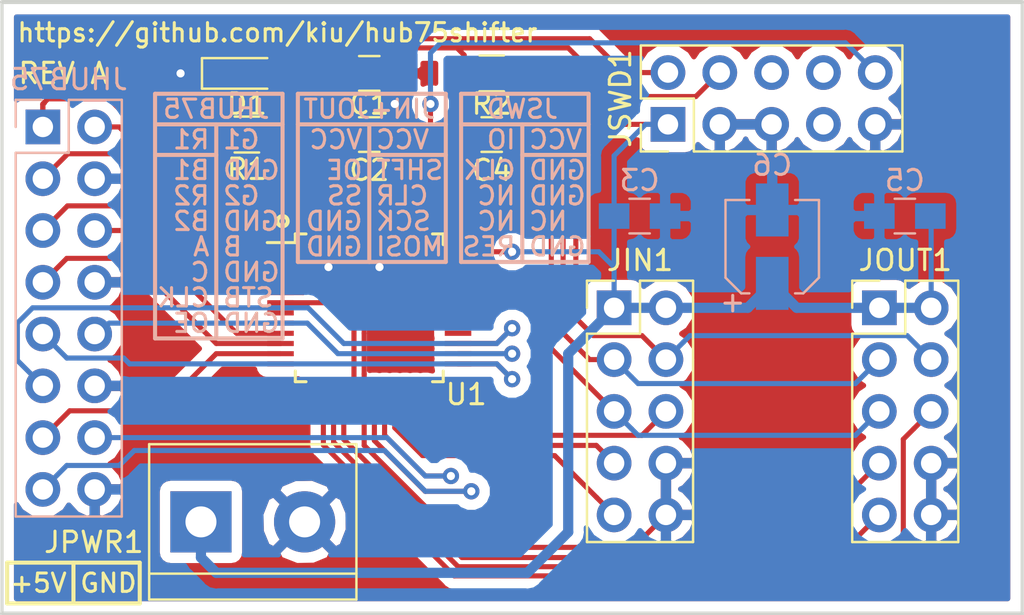
<source format=kicad_pcb>
(kicad_pcb (version 20171130) (host pcbnew "(5.0.0)")

  (general
    (thickness 1.6)
    (drawings 77)
    (tracks 243)
    (zones 0)
    (modules 15)
    (nets 30)
  )

  (page A4)
  (layers
    (0 F.Cu signal)
    (31 B.Cu signal)
    (32 B.Adhes user hide)
    (33 F.Adhes user hide)
    (34 B.Paste user hide)
    (35 F.Paste user)
    (36 B.SilkS user hide)
    (37 F.SilkS user)
    (38 B.Mask user hide)
    (39 F.Mask user)
    (40 Dwgs.User user hide)
    (41 Cmts.User user hide)
    (42 Eco1.User user hide)
    (43 Eco2.User user hide)
    (44 Edge.Cuts user)
    (45 Margin user hide)
    (46 B.CrtYd user hide)
    (47 F.CrtYd user)
    (48 B.Fab user hide)
    (49 F.Fab user hide)
  )

  (setup
    (last_trace_width 0.25)
    (trace_clearance 0.2)
    (zone_clearance 0.508)
    (zone_45_only no)
    (trace_min 0.2)
    (segment_width 0.2)
    (edge_width 0.15)
    (via_size 0.8)
    (via_drill 0.4)
    (via_min_size 0.4)
    (via_min_drill 0.3)
    (uvia_size 0.3)
    (uvia_drill 0.1)
    (uvias_allowed no)
    (uvia_min_size 0.2)
    (uvia_min_drill 0.1)
    (pcb_text_width 0.3)
    (pcb_text_size 1.5 1.5)
    (mod_edge_width 0.15)
    (mod_text_size 1 1)
    (mod_text_width 0.15)
    (pad_size 1.524 1.524)
    (pad_drill 0.762)
    (pad_to_mask_clearance 0.2)
    (aux_axis_origin 0 0)
    (visible_elements 7FFFFFFF)
    (pcbplotparams
      (layerselection 0x010f0_ffffffff)
      (usegerberextensions false)
      (usegerberattributes false)
      (usegerberadvancedattributes false)
      (creategerberjobfile false)
      (excludeedgelayer false)
      (linewidth 0.150000)
      (plotframeref false)
      (viasonmask false)
      (mode 1)
      (useauxorigin false)
      (hpglpennumber 1)
      (hpglpenspeed 20)
      (hpglpendiameter 15.000000)
      (psnegative false)
      (psa4output false)
      (plotreference true)
      (plotvalue true)
      (plotinvisibletext false)
      (padsonsilk false)
      (subtractmaskfromsilk false)
      (outputformat 1)
      (mirror false)
      (drillshape 0)
      (scaleselection 1)
      (outputdirectory "gerber/"))
  )

  (net 0 "")
  (net 1 GND)
  (net 2 "Net-(C1-Pad1)")
  (net 3 VCC)
  (net 4 MCU_RESET)
  (net 5 P_OE)
  (net 6 P_STB)
  (net 7 P_CLK)
  (net 8 P_C)
  (net 9 P_B)
  (net 10 P_A)
  (net 11 P_B2)
  (net 12 P_G2)
  (net 13 P_R2)
  (net 14 P_B1)
  (net 15 P_G1)
  (net 16 P_R1)
  (net 17 SPI1_SCK)
  (net 18 SPI1_SS)
  (net 19 SHIFT)
  (net 20 SPI0_MOSI)
  (net 21 SPI0_SCK)
  (net 22 SWDCLK)
  (net 23 SWDIO)
  (net 24 "Net-(D1-Pad2)")
  (net 25 OE)
  (net 26 SPI1_MOSI)
  (net 27 SPI0_SS)
  (net 28 LED)
  (net 29 CLEAR)

  (net_class Default "This is the default net class."
    (clearance 0.2)
    (trace_width 0.25)
    (via_dia 0.8)
    (via_drill 0.4)
    (uvia_dia 0.3)
    (uvia_drill 0.1)
    (add_net CLEAR)
    (add_net GND)
    (add_net LED)
    (add_net MCU_RESET)
    (add_net "Net-(C1-Pad1)")
    (add_net "Net-(D1-Pad2)")
    (add_net OE)
    (add_net P_A)
    (add_net P_B)
    (add_net P_B1)
    (add_net P_B2)
    (add_net P_C)
    (add_net P_CLK)
    (add_net P_G1)
    (add_net P_G2)
    (add_net P_OE)
    (add_net P_R1)
    (add_net P_R2)
    (add_net P_STB)
    (add_net SHIFT)
    (add_net SPI0_MOSI)
    (add_net SPI0_SCK)
    (add_net SPI0_SS)
    (add_net SPI1_MOSI)
    (add_net SPI1_SCK)
    (add_net SPI1_SS)
    (add_net SWDCLK)
    (add_net SWDIO)
    (add_net VCC)
  )

  (module Capacitors_SMD:C_0805_HandSoldering (layer F.Cu) (tedit 58AA84A8) (tstamp 5D7D5528)
    (at 38 23.5)
    (descr "Capacitor SMD 0805, hand soldering")
    (tags "capacitor 0805")
    (path /5D530312)
    (attr smd)
    (fp_text reference C1 (at 0 1.5) (layer F.SilkS)
      (effects (font (size 1 1) (thickness 0.15)))
    )
    (fp_text value 100nF (at 0 1.75) (layer F.Fab)
      (effects (font (size 1 1) (thickness 0.15)))
    )
    (fp_line (start 2.25 0.87) (end -2.25 0.87) (layer F.CrtYd) (width 0.05))
    (fp_line (start 2.25 0.87) (end 2.25 -0.88) (layer F.CrtYd) (width 0.05))
    (fp_line (start -2.25 -0.88) (end -2.25 0.87) (layer F.CrtYd) (width 0.05))
    (fp_line (start -2.25 -0.88) (end 2.25 -0.88) (layer F.CrtYd) (width 0.05))
    (fp_line (start -0.5 0.85) (end 0.5 0.85) (layer F.SilkS) (width 0.12))
    (fp_line (start 0.5 -0.85) (end -0.5 -0.85) (layer F.SilkS) (width 0.12))
    (fp_line (start -1 -0.62) (end 1 -0.62) (layer F.Fab) (width 0.1))
    (fp_line (start 1 -0.62) (end 1 0.62) (layer F.Fab) (width 0.1))
    (fp_line (start 1 0.62) (end -1 0.62) (layer F.Fab) (width 0.1))
    (fp_line (start -1 0.62) (end -1 -0.62) (layer F.Fab) (width 0.1))
    (fp_text user %R (at 0 -1.75) (layer F.Fab)
      (effects (font (size 1 1) (thickness 0.15)))
    )
    (pad 2 smd rect (at 1.25 0) (size 1.5 1.25) (layers F.Cu F.Paste F.Mask)
      (net 1 GND))
    (pad 1 smd rect (at -1.25 0) (size 1.5 1.25) (layers F.Cu F.Paste F.Mask)
      (net 2 "Net-(C1-Pad1)"))
    (model Capacitors_SMD.3dshapes/C_0805.wrl
      (at (xyz 0 0 0))
      (scale (xyz 1 1 1))
      (rotate (xyz 0 0 0))
    )
  )

  (module Capacitors_SMD:C_0805_HandSoldering (layer F.Cu) (tedit 58AA84A8) (tstamp 5D7D54C8)
    (at 38 26.5)
    (descr "Capacitor SMD 0805, hand soldering")
    (tags "capacitor 0805")
    (path /5D530352)
    (attr smd)
    (fp_text reference C2 (at 0 1.75) (layer F.SilkS)
      (effects (font (size 1 1) (thickness 0.15)))
    )
    (fp_text value 1uF (at 0 1.75) (layer F.Fab)
      (effects (font (size 1 1) (thickness 0.15)))
    )
    (fp_text user %R (at 0 -1.75) (layer F.Fab)
      (effects (font (size 1 1) (thickness 0.15)))
    )
    (fp_line (start -1 0.62) (end -1 -0.62) (layer F.Fab) (width 0.1))
    (fp_line (start 1 0.62) (end -1 0.62) (layer F.Fab) (width 0.1))
    (fp_line (start 1 -0.62) (end 1 0.62) (layer F.Fab) (width 0.1))
    (fp_line (start -1 -0.62) (end 1 -0.62) (layer F.Fab) (width 0.1))
    (fp_line (start 0.5 -0.85) (end -0.5 -0.85) (layer F.SilkS) (width 0.12))
    (fp_line (start -0.5 0.85) (end 0.5 0.85) (layer F.SilkS) (width 0.12))
    (fp_line (start -2.25 -0.88) (end 2.25 -0.88) (layer F.CrtYd) (width 0.05))
    (fp_line (start -2.25 -0.88) (end -2.25 0.87) (layer F.CrtYd) (width 0.05))
    (fp_line (start 2.25 0.87) (end 2.25 -0.88) (layer F.CrtYd) (width 0.05))
    (fp_line (start 2.25 0.87) (end -2.25 0.87) (layer F.CrtYd) (width 0.05))
    (pad 1 smd rect (at -1.25 0) (size 1.5 1.25) (layers F.Cu F.Paste F.Mask)
      (net 2 "Net-(C1-Pad1)"))
    (pad 2 smd rect (at 1.25 0) (size 1.5 1.25) (layers F.Cu F.Paste F.Mask)
      (net 1 GND))
    (model Capacitors_SMD.3dshapes/C_0805.wrl
      (at (xyz 0 0 0))
      (scale (xyz 1 1 1))
      (rotate (xyz 0 0 0))
    )
  )

  (module Capacitors_SMD:C_0805_HandSoldering (layer B.Cu) (tedit 58AA84A8) (tstamp 5D52AF78)
    (at 51.25 30.5)
    (descr "Capacitor SMD 0805, hand soldering")
    (tags "capacitor 0805")
    (path /5D51C7D5)
    (attr smd)
    (fp_text reference C3 (at 0 -1.75) (layer B.SilkS)
      (effects (font (size 1 1) (thickness 0.15)) (justify mirror))
    )
    (fp_text value 100nF (at 0 -1.75) (layer B.Fab)
      (effects (font (size 1 1) (thickness 0.15)) (justify mirror))
    )
    (fp_line (start 2.25 -0.87) (end -2.25 -0.87) (layer B.CrtYd) (width 0.05))
    (fp_line (start 2.25 -0.87) (end 2.25 0.88) (layer B.CrtYd) (width 0.05))
    (fp_line (start -2.25 0.88) (end -2.25 -0.87) (layer B.CrtYd) (width 0.05))
    (fp_line (start -2.25 0.88) (end 2.25 0.88) (layer B.CrtYd) (width 0.05))
    (fp_line (start -0.5 -0.85) (end 0.5 -0.85) (layer B.SilkS) (width 0.12))
    (fp_line (start 0.5 0.85) (end -0.5 0.85) (layer B.SilkS) (width 0.12))
    (fp_line (start -1 0.62) (end 1 0.62) (layer B.Fab) (width 0.1))
    (fp_line (start 1 0.62) (end 1 -0.62) (layer B.Fab) (width 0.1))
    (fp_line (start 1 -0.62) (end -1 -0.62) (layer B.Fab) (width 0.1))
    (fp_line (start -1 -0.62) (end -1 0.62) (layer B.Fab) (width 0.1))
    (fp_text user %R (at 0 1.75) (layer B.Fab)
      (effects (font (size 1 1) (thickness 0.15)) (justify mirror))
    )
    (pad 2 smd rect (at 1.25 0) (size 1.5 1.25) (layers B.Cu B.Paste B.Mask)
      (net 1 GND))
    (pad 1 smd rect (at -1.25 0) (size 1.5 1.25) (layers B.Cu B.Paste B.Mask)
      (net 3 VCC))
    (model Capacitors_SMD.3dshapes/C_0805.wrl
      (at (xyz 0 0 0))
      (scale (xyz 1 1 1))
      (rotate (xyz 0 0 0))
    )
  )

  (module Socket_Strips:Socket_Strip_Straight_2x08_Pitch2.54mm (layer B.Cu) (tedit 58CD5449) (tstamp 5D52B016)
    (at 22 26.1275 180)
    (descr "Through hole straight socket strip, 2x08, 2.54mm pitch, double rows")
    (tags "Through hole socket strip THT 2x08 2.54mm double row")
    (path /5D51B25F)
    (fp_text reference JHUB75 (at -1.27 2.33 180) (layer B.SilkS)
      (effects (font (size 1 1) (thickness 0.15)) (justify mirror))
    )
    (fp_text value Conn_02x08_Odd_Even (at -1.27 -20.11 180) (layer B.Fab)
      (effects (font (size 1 1) (thickness 0.15)) (justify mirror))
    )
    (fp_text user %R (at -1.27 2.33 180) (layer B.Fab)
      (effects (font (size 1 1) (thickness 0.15)) (justify mirror))
    )
    (fp_line (start 1.8 1.8) (end -4.35 1.8) (layer B.CrtYd) (width 0.05))
    (fp_line (start 1.8 -19.55) (end 1.8 1.8) (layer B.CrtYd) (width 0.05))
    (fp_line (start -4.35 -19.55) (end 1.8 -19.55) (layer B.CrtYd) (width 0.05))
    (fp_line (start -4.35 1.8) (end -4.35 -19.55) (layer B.CrtYd) (width 0.05))
    (fp_line (start 1.33 1.33) (end 0.06 1.33) (layer B.SilkS) (width 0.12))
    (fp_line (start 1.33 0) (end 1.33 1.33) (layer B.SilkS) (width 0.12))
    (fp_line (start -1.27 -1.27) (end 1.33 -1.27) (layer B.SilkS) (width 0.12))
    (fp_line (start -1.27 1.33) (end -1.27 -1.27) (layer B.SilkS) (width 0.12))
    (fp_line (start -3.87 1.33) (end -1.27 1.33) (layer B.SilkS) (width 0.12))
    (fp_line (start -3.87 -19.11) (end -3.87 1.33) (layer B.SilkS) (width 0.12))
    (fp_line (start 1.33 -19.11) (end -3.87 -19.11) (layer B.SilkS) (width 0.12))
    (fp_line (start 1.33 -1.27) (end 1.33 -19.11) (layer B.SilkS) (width 0.12))
    (fp_line (start 1.27 1.27) (end -3.81 1.27) (layer B.Fab) (width 0.1))
    (fp_line (start 1.27 -19.05) (end 1.27 1.27) (layer B.Fab) (width 0.1))
    (fp_line (start -3.81 -19.05) (end 1.27 -19.05) (layer B.Fab) (width 0.1))
    (fp_line (start -3.81 1.27) (end -3.81 -19.05) (layer B.Fab) (width 0.1))
    (pad 16 thru_hole oval (at -2.54 -17.78 180) (size 1.7 1.7) (drill 1) (layers *.Cu *.Mask)
      (net 1 GND))
    (pad 15 thru_hole oval (at 0 -17.78 180) (size 1.7 1.7) (drill 1) (layers *.Cu *.Mask)
      (net 5 P_OE))
    (pad 14 thru_hole oval (at -2.54 -15.24 180) (size 1.7 1.7) (drill 1) (layers *.Cu *.Mask)
      (net 6 P_STB))
    (pad 13 thru_hole oval (at 0 -15.24 180) (size 1.7 1.7) (drill 1) (layers *.Cu *.Mask)
      (net 7 P_CLK))
    (pad 12 thru_hole oval (at -2.54 -12.7 180) (size 1.7 1.7) (drill 1) (layers *.Cu *.Mask)
      (net 1 GND))
    (pad 11 thru_hole oval (at 0 -12.7 180) (size 1.7 1.7) (drill 1) (layers *.Cu *.Mask)
      (net 8 P_C))
    (pad 10 thru_hole oval (at -2.54 -10.16 180) (size 1.7 1.7) (drill 1) (layers *.Cu *.Mask)
      (net 9 P_B))
    (pad 9 thru_hole oval (at 0 -10.16 180) (size 1.7 1.7) (drill 1) (layers *.Cu *.Mask)
      (net 10 P_A))
    (pad 8 thru_hole oval (at -2.54 -7.62 180) (size 1.7 1.7) (drill 1) (layers *.Cu *.Mask)
      (net 1 GND))
    (pad 7 thru_hole oval (at 0 -7.62 180) (size 1.7 1.7) (drill 1) (layers *.Cu *.Mask)
      (net 11 P_B2))
    (pad 6 thru_hole oval (at -2.54 -5.08 180) (size 1.7 1.7) (drill 1) (layers *.Cu *.Mask)
      (net 12 P_G2))
    (pad 5 thru_hole oval (at 0 -5.08 180) (size 1.7 1.7) (drill 1) (layers *.Cu *.Mask)
      (net 13 P_R2))
    (pad 4 thru_hole oval (at -2.54 -2.54 180) (size 1.7 1.7) (drill 1) (layers *.Cu *.Mask)
      (net 1 GND))
    (pad 3 thru_hole oval (at 0 -2.54 180) (size 1.7 1.7) (drill 1) (layers *.Cu *.Mask)
      (net 14 P_B1))
    (pad 2 thru_hole oval (at -2.54 0 180) (size 1.7 1.7) (drill 1) (layers *.Cu *.Mask)
      (net 15 P_G1))
    (pad 1 thru_hole rect (at 0 0 180) (size 1.7 1.7) (drill 1) (layers *.Cu *.Mask)
      (net 16 P_R1))
    (model ${KISYS3DMOD}/Socket_Strips.3dshapes/Socket_Strip_Straight_2x08_Pitch2.54mm.wrl
      (offset (xyz -1.269999980926514 -8.889999866485596 0))
      (scale (xyz 1 1 1))
      (rotate (xyz 0 0 270))
    )
  )

  (module Pin_Headers:Pin_Header_Straight_2x05_Pitch2.54mm (layer F.Cu) (tedit 59650532) (tstamp 5D7D460F)
    (at 50 35)
    (descr "Through hole straight pin header, 2x05, 2.54mm pitch, double rows")
    (tags "Through hole pin header THT 2x05 2.54mm double row")
    (path /5D51E2D1)
    (fp_text reference JIN1 (at 1.27 -2.33) (layer F.SilkS)
      (effects (font (size 1 1) (thickness 0.15)))
    )
    (fp_text value Conn_02x05_Odd_Even (at 1.27 12.49) (layer F.Fab)
      (effects (font (size 1 1) (thickness 0.15)))
    )
    (fp_line (start 0 -1.27) (end 3.81 -1.27) (layer F.Fab) (width 0.1))
    (fp_line (start 3.81 -1.27) (end 3.81 11.43) (layer F.Fab) (width 0.1))
    (fp_line (start 3.81 11.43) (end -1.27 11.43) (layer F.Fab) (width 0.1))
    (fp_line (start -1.27 11.43) (end -1.27 0) (layer F.Fab) (width 0.1))
    (fp_line (start -1.27 0) (end 0 -1.27) (layer F.Fab) (width 0.1))
    (fp_line (start -1.33 11.49) (end 3.87 11.49) (layer F.SilkS) (width 0.12))
    (fp_line (start -1.33 1.27) (end -1.33 11.49) (layer F.SilkS) (width 0.12))
    (fp_line (start 3.87 -1.33) (end 3.87 11.49) (layer F.SilkS) (width 0.12))
    (fp_line (start -1.33 1.27) (end 1.27 1.27) (layer F.SilkS) (width 0.12))
    (fp_line (start 1.27 1.27) (end 1.27 -1.33) (layer F.SilkS) (width 0.12))
    (fp_line (start 1.27 -1.33) (end 3.87 -1.33) (layer F.SilkS) (width 0.12))
    (fp_line (start -1.33 0) (end -1.33 -1.33) (layer F.SilkS) (width 0.12))
    (fp_line (start -1.33 -1.33) (end 0 -1.33) (layer F.SilkS) (width 0.12))
    (fp_line (start -1.8 -1.8) (end -1.8 11.95) (layer F.CrtYd) (width 0.05))
    (fp_line (start -1.8 11.95) (end 4.35 11.95) (layer F.CrtYd) (width 0.05))
    (fp_line (start 4.35 11.95) (end 4.35 -1.8) (layer F.CrtYd) (width 0.05))
    (fp_line (start 4.35 -1.8) (end -1.8 -1.8) (layer F.CrtYd) (width 0.05))
    (fp_text user %R (at 1.27 5.08 90) (layer F.Fab)
      (effects (font (size 1 1) (thickness 0.15)))
    )
    (pad 1 thru_hole rect (at 0 0) (size 1.7 1.7) (drill 1) (layers *.Cu *.Mask)
      (net 3 VCC))
    (pad 2 thru_hole oval (at 2.54 0) (size 1.7 1.7) (drill 1) (layers *.Cu *.Mask)
      (net 3 VCC))
    (pad 3 thru_hole oval (at 0 2.54) (size 1.7 1.7) (drill 1) (layers *.Cu *.Mask)
      (net 19 SHIFT))
    (pad 4 thru_hole oval (at 2.54 2.54) (size 1.7 1.7) (drill 1) (layers *.Cu *.Mask)
      (net 25 OE))
    (pad 5 thru_hole oval (at 0 5.08) (size 1.7 1.7) (drill 1) (layers *.Cu *.Mask)
      (net 29 CLEAR))
    (pad 6 thru_hole oval (at 2.54 5.08) (size 1.7 1.7) (drill 1) (layers *.Cu *.Mask)
      (net 18 SPI1_SS))
    (pad 7 thru_hole oval (at 0 7.62) (size 1.7 1.7) (drill 1) (layers *.Cu *.Mask)
      (net 17 SPI1_SCK))
    (pad 8 thru_hole oval (at 2.54 7.62) (size 1.7 1.7) (drill 1) (layers *.Cu *.Mask)
      (net 1 GND))
    (pad 9 thru_hole oval (at 0 10.16) (size 1.7 1.7) (drill 1) (layers *.Cu *.Mask)
      (net 26 SPI1_MOSI))
    (pad 10 thru_hole oval (at 2.54 10.16) (size 1.7 1.7) (drill 1) (layers *.Cu *.Mask)
      (net 1 GND))
    (model ${KISYS3DMOD}/Pin_Headers.3dshapes/Pin_Header_Straight_2x05_Pitch2.54mm.wrl
      (at (xyz 0 0 0))
      (scale (xyz 1 1 1))
      (rotate (xyz 0 0 0))
    )
  )

  (module Pin_Headers:Pin_Header_Straight_2x05_Pitch2.54mm (layer F.Cu) (tedit 59650532) (tstamp 5D7D45B2)
    (at 63 35)
    (descr "Through hole straight pin header, 2x05, 2.54mm pitch, double rows")
    (tags "Through hole pin header THT 2x05 2.54mm double row")
    (path /5D51ED9F)
    (fp_text reference JOUT1 (at 1.27 -2.33) (layer F.SilkS)
      (effects (font (size 1 1) (thickness 0.15)))
    )
    (fp_text value Conn_02x05_Odd_Even (at 1.27 12.49) (layer F.Fab)
      (effects (font (size 1 1) (thickness 0.15)))
    )
    (fp_text user %R (at 1.27 5.08 90) (layer F.Fab)
      (effects (font (size 1 1) (thickness 0.15)))
    )
    (fp_line (start 4.35 -1.8) (end -1.8 -1.8) (layer F.CrtYd) (width 0.05))
    (fp_line (start 4.35 11.95) (end 4.35 -1.8) (layer F.CrtYd) (width 0.05))
    (fp_line (start -1.8 11.95) (end 4.35 11.95) (layer F.CrtYd) (width 0.05))
    (fp_line (start -1.8 -1.8) (end -1.8 11.95) (layer F.CrtYd) (width 0.05))
    (fp_line (start -1.33 -1.33) (end 0 -1.33) (layer F.SilkS) (width 0.12))
    (fp_line (start -1.33 0) (end -1.33 -1.33) (layer F.SilkS) (width 0.12))
    (fp_line (start 1.27 -1.33) (end 3.87 -1.33) (layer F.SilkS) (width 0.12))
    (fp_line (start 1.27 1.27) (end 1.27 -1.33) (layer F.SilkS) (width 0.12))
    (fp_line (start -1.33 1.27) (end 1.27 1.27) (layer F.SilkS) (width 0.12))
    (fp_line (start 3.87 -1.33) (end 3.87 11.49) (layer F.SilkS) (width 0.12))
    (fp_line (start -1.33 1.27) (end -1.33 11.49) (layer F.SilkS) (width 0.12))
    (fp_line (start -1.33 11.49) (end 3.87 11.49) (layer F.SilkS) (width 0.12))
    (fp_line (start -1.27 0) (end 0 -1.27) (layer F.Fab) (width 0.1))
    (fp_line (start -1.27 11.43) (end -1.27 0) (layer F.Fab) (width 0.1))
    (fp_line (start 3.81 11.43) (end -1.27 11.43) (layer F.Fab) (width 0.1))
    (fp_line (start 3.81 -1.27) (end 3.81 11.43) (layer F.Fab) (width 0.1))
    (fp_line (start 0 -1.27) (end 3.81 -1.27) (layer F.Fab) (width 0.1))
    (pad 10 thru_hole oval (at 2.54 10.16) (size 1.7 1.7) (drill 1) (layers *.Cu *.Mask)
      (net 1 GND))
    (pad 9 thru_hole oval (at 0 10.16) (size 1.7 1.7) (drill 1) (layers *.Cu *.Mask)
      (net 20 SPI0_MOSI))
    (pad 8 thru_hole oval (at 2.54 7.62) (size 1.7 1.7) (drill 1) (layers *.Cu *.Mask)
      (net 1 GND))
    (pad 7 thru_hole oval (at 0 7.62) (size 1.7 1.7) (drill 1) (layers *.Cu *.Mask)
      (net 21 SPI0_SCK))
    (pad 6 thru_hole oval (at 2.54 5.08) (size 1.7 1.7) (drill 1) (layers *.Cu *.Mask)
      (net 27 SPI0_SS))
    (pad 5 thru_hole oval (at 0 5.08) (size 1.7 1.7) (drill 1) (layers *.Cu *.Mask)
      (net 29 CLEAR))
    (pad 4 thru_hole oval (at 2.54 2.54) (size 1.7 1.7) (drill 1) (layers *.Cu *.Mask)
      (net 25 OE))
    (pad 3 thru_hole oval (at 0 2.54) (size 1.7 1.7) (drill 1) (layers *.Cu *.Mask)
      (net 19 SHIFT))
    (pad 2 thru_hole oval (at 2.54 0) (size 1.7 1.7) (drill 1) (layers *.Cu *.Mask)
      (net 3 VCC))
    (pad 1 thru_hole rect (at 0 0) (size 1.7 1.7) (drill 1) (layers *.Cu *.Mask)
      (net 3 VCC))
    (model ${KISYS3DMOD}/Pin_Headers.3dshapes/Pin_Header_Straight_2x05_Pitch2.54mm.wrl
      (at (xyz 0 0 0))
      (scale (xyz 1 1 1))
      (rotate (xyz 0 0 0))
    )
  )

  (module Pin_Headers:Pin_Header_Straight_2x05_Pitch2.54mm (layer F.Cu) (tedit 59650532) (tstamp 5D52B076)
    (at 52.64 26 90)
    (descr "Through hole straight pin header, 2x05, 2.54mm pitch, double rows")
    (tags "Through hole pin header THT 2x05 2.54mm double row")
    (path /5D52366A)
    (fp_text reference JSWD1 (at 1.27 -2.33 90) (layer F.SilkS)
      (effects (font (size 1 1) (thickness 0.15)))
    )
    (fp_text value Conn_02x05_Odd_Even (at 1.27 12.49 90) (layer F.Fab)
      (effects (font (size 1 1) (thickness 0.15)))
    )
    (fp_text user %R (at 1.27 5.08 180) (layer F.Fab)
      (effects (font (size 1 1) (thickness 0.15)))
    )
    (fp_line (start 4.35 -1.8) (end -1.8 -1.8) (layer F.CrtYd) (width 0.05))
    (fp_line (start 4.35 11.95) (end 4.35 -1.8) (layer F.CrtYd) (width 0.05))
    (fp_line (start -1.8 11.95) (end 4.35 11.95) (layer F.CrtYd) (width 0.05))
    (fp_line (start -1.8 -1.8) (end -1.8 11.95) (layer F.CrtYd) (width 0.05))
    (fp_line (start -1.33 -1.33) (end 0 -1.33) (layer F.SilkS) (width 0.12))
    (fp_line (start -1.33 0) (end -1.33 -1.33) (layer F.SilkS) (width 0.12))
    (fp_line (start 1.27 -1.33) (end 3.87 -1.33) (layer F.SilkS) (width 0.12))
    (fp_line (start 1.27 1.27) (end 1.27 -1.33) (layer F.SilkS) (width 0.12))
    (fp_line (start -1.33 1.27) (end 1.27 1.27) (layer F.SilkS) (width 0.12))
    (fp_line (start 3.87 -1.33) (end 3.87 11.49) (layer F.SilkS) (width 0.12))
    (fp_line (start -1.33 1.27) (end -1.33 11.49) (layer F.SilkS) (width 0.12))
    (fp_line (start -1.33 11.49) (end 3.87 11.49) (layer F.SilkS) (width 0.12))
    (fp_line (start -1.27 0) (end 0 -1.27) (layer F.Fab) (width 0.1))
    (fp_line (start -1.27 11.43) (end -1.27 0) (layer F.Fab) (width 0.1))
    (fp_line (start 3.81 11.43) (end -1.27 11.43) (layer F.Fab) (width 0.1))
    (fp_line (start 3.81 -1.27) (end 3.81 11.43) (layer F.Fab) (width 0.1))
    (fp_line (start 0 -1.27) (end 3.81 -1.27) (layer F.Fab) (width 0.1))
    (pad 10 thru_hole oval (at 2.54 10.16 90) (size 1.7 1.7) (drill 1) (layers *.Cu *.Mask)
      (net 4 MCU_RESET))
    (pad 9 thru_hole oval (at 0 10.16 90) (size 1.7 1.7) (drill 1) (layers *.Cu *.Mask)
      (net 1 GND))
    (pad 8 thru_hole oval (at 2.54 7.62 90) (size 1.7 1.7) (drill 1) (layers *.Cu *.Mask))
    (pad 7 thru_hole oval (at 0 7.62 90) (size 1.7 1.7) (drill 1) (layers *.Cu *.Mask))
    (pad 6 thru_hole oval (at 2.54 5.08 90) (size 1.7 1.7) (drill 1) (layers *.Cu *.Mask))
    (pad 5 thru_hole oval (at 0 5.08 90) (size 1.7 1.7) (drill 1) (layers *.Cu *.Mask)
      (net 1 GND))
    (pad 4 thru_hole oval (at 2.54 2.54 90) (size 1.7 1.7) (drill 1) (layers *.Cu *.Mask)
      (net 22 SWDCLK))
    (pad 3 thru_hole oval (at 0 2.54 90) (size 1.7 1.7) (drill 1) (layers *.Cu *.Mask)
      (net 1 GND))
    (pad 2 thru_hole oval (at 2.54 0 90) (size 1.7 1.7) (drill 1) (layers *.Cu *.Mask)
      (net 23 SWDIO))
    (pad 1 thru_hole rect (at 0 0 90) (size 1.7 1.7) (drill 1) (layers *.Cu *.Mask)
      (net 3 VCC))
    (model ${KISYS3DMOD}/Pin_Headers.3dshapes/Pin_Header_Straight_2x05_Pitch2.54mm.wrl
      (at (xyz 0 0 0))
      (scale (xyz 1 1 1))
      (rotate (xyz 0 0 0))
    )
  )

  (module Housings_QFP:TQFP-48_7x7mm_Pitch0.5mm (layer F.Cu) (tedit 58CC9A48) (tstamp 5D7D2DE9)
    (at 38 35)
    (descr "48 LEAD TQFP 7x7mm (see MICREL TQFP7x7-48LD-PL-1.pdf)")
    (tags "QFP 0.5")
    (path /5D530E73)
    (attr smd)
    (fp_text reference U1 (at 4.75 4.25) (layer F.SilkS)
      (effects (font (size 1 1) (thickness 0.15)))
    )
    (fp_text value SAMC20G17A-A (at 0 6) (layer F.Fab)
      (effects (font (size 1 1) (thickness 0.15)))
    )
    (fp_line (start -3.625 -3.2) (end -5 -3.2) (layer F.SilkS) (width 0.15))
    (fp_line (start 3.625 -3.625) (end 3.1 -3.625) (layer F.SilkS) (width 0.15))
    (fp_line (start 3.625 3.625) (end 3.1 3.625) (layer F.SilkS) (width 0.15))
    (fp_line (start -3.625 3.625) (end -3.1 3.625) (layer F.SilkS) (width 0.15))
    (fp_line (start -3.625 -3.625) (end -3.1 -3.625) (layer F.SilkS) (width 0.15))
    (fp_line (start -3.625 3.625) (end -3.625 3.1) (layer F.SilkS) (width 0.15))
    (fp_line (start 3.625 3.625) (end 3.625 3.1) (layer F.SilkS) (width 0.15))
    (fp_line (start 3.625 -3.625) (end 3.625 -3.1) (layer F.SilkS) (width 0.15))
    (fp_line (start -3.625 -3.625) (end -3.625 -3.2) (layer F.SilkS) (width 0.15))
    (fp_line (start -5.25 5.25) (end 5.25 5.25) (layer F.CrtYd) (width 0.05))
    (fp_line (start -5.25 -5.25) (end 5.25 -5.25) (layer F.CrtYd) (width 0.05))
    (fp_line (start 5.25 -5.25) (end 5.25 5.25) (layer F.CrtYd) (width 0.05))
    (fp_line (start -5.25 -5.25) (end -5.25 5.25) (layer F.CrtYd) (width 0.05))
    (fp_line (start -3.5 -2.5) (end -2.5 -3.5) (layer F.Fab) (width 0.15))
    (fp_line (start -3.5 3.5) (end -3.5 -2.5) (layer F.Fab) (width 0.15))
    (fp_line (start 3.5 3.5) (end -3.5 3.5) (layer F.Fab) (width 0.15))
    (fp_line (start 3.5 -3.5) (end 3.5 3.5) (layer F.Fab) (width 0.15))
    (fp_line (start -2.5 -3.5) (end 3.5 -3.5) (layer F.Fab) (width 0.15))
    (fp_text user %R (at 0 0) (layer F.Fab)
      (effects (font (size 1 1) (thickness 0.15)))
    )
    (pad 48 smd rect (at -2.75 -4.35 90) (size 1.3 0.25) (layers F.Cu F.Paste F.Mask)
      (net 28 LED))
    (pad 47 smd rect (at -2.25 -4.35 90) (size 1.3 0.25) (layers F.Cu F.Paste F.Mask))
    (pad 46 smd rect (at -1.75 -4.35 90) (size 1.3 0.25) (layers F.Cu F.Paste F.Mask)
      (net 23 SWDIO))
    (pad 45 smd rect (at -1.25 -4.35 90) (size 1.3 0.25) (layers F.Cu F.Paste F.Mask)
      (net 22 SWDCLK))
    (pad 44 smd rect (at -0.75 -4.35 90) (size 1.3 0.25) (layers F.Cu F.Paste F.Mask)
      (net 3 VCC))
    (pad 43 smd rect (at -0.25 -4.35 90) (size 1.3 0.25) (layers F.Cu F.Paste F.Mask)
      (net 2 "Net-(C1-Pad1)"))
    (pad 42 smd rect (at 0.25 -4.35 90) (size 1.3 0.25) (layers F.Cu F.Paste F.Mask)
      (net 1 GND))
    (pad 41 smd rect (at 0.75 -4.35 90) (size 1.3 0.25) (layers F.Cu F.Paste F.Mask))
    (pad 40 smd rect (at 1.25 -4.35 90) (size 1.3 0.25) (layers F.Cu F.Paste F.Mask)
      (net 4 MCU_RESET))
    (pad 39 smd rect (at 1.75 -4.35 90) (size 1.3 0.25) (layers F.Cu F.Paste F.Mask)
      (net 25 OE))
    (pad 38 smd rect (at 2.25 -4.35 90) (size 1.3 0.25) (layers F.Cu F.Paste F.Mask)
      (net 19 SHIFT))
    (pad 37 smd rect (at 2.75 -4.35 90) (size 1.3 0.25) (layers F.Cu F.Paste F.Mask)
      (net 29 CLEAR))
    (pad 36 smd rect (at 4.35 -2.75) (size 1.3 0.25) (layers F.Cu F.Paste F.Mask)
      (net 3 VCC))
    (pad 35 smd rect (at 4.35 -2.25) (size 1.3 0.25) (layers F.Cu F.Paste F.Mask)
      (net 1 GND))
    (pad 34 smd rect (at 4.35 -1.75) (size 1.3 0.25) (layers F.Cu F.Paste F.Mask))
    (pad 33 smd rect (at 4.35 -1.25) (size 1.3 0.25) (layers F.Cu F.Paste F.Mask))
    (pad 32 smd rect (at 4.35 -0.75) (size 1.3 0.25) (layers F.Cu F.Paste F.Mask))
    (pad 31 smd rect (at 4.35 -0.25) (size 1.3 0.25) (layers F.Cu F.Paste F.Mask))
    (pad 30 smd rect (at 4.35 0.25) (size 1.3 0.25) (layers F.Cu F.Paste F.Mask))
    (pad 29 smd rect (at 4.35 0.75) (size 1.3 0.25) (layers F.Cu F.Paste F.Mask))
    (pad 28 smd rect (at 4.35 1.25) (size 1.3 0.25) (layers F.Cu F.Paste F.Mask))
    (pad 27 smd rect (at 4.35 1.75) (size 1.3 0.25) (layers F.Cu F.Paste F.Mask)
      (net 8 P_C))
    (pad 26 smd rect (at 4.35 2.25) (size 1.3 0.25) (layers F.Cu F.Paste F.Mask)
      (net 9 P_B))
    (pad 25 smd rect (at 4.35 2.75) (size 1.3 0.25) (layers F.Cu F.Paste F.Mask)
      (net 10 P_A))
    (pad 24 smd rect (at 2.75 4.35 90) (size 1.3 0.25) (layers F.Cu F.Paste F.Mask))
    (pad 23 smd rect (at 2.25 4.35 90) (size 1.3 0.25) (layers F.Cu F.Paste F.Mask)
      (net 18 SPI1_SS))
    (pad 22 smd rect (at 1.75 4.35 90) (size 1.3 0.25) (layers F.Cu F.Paste F.Mask)
      (net 17 SPI1_SCK))
    (pad 21 smd rect (at 1.25 4.35 90) (size 1.3 0.25) (layers F.Cu F.Paste F.Mask)
      (net 26 SPI1_MOSI))
    (pad 20 smd rect (at 0.75 4.35 90) (size 1.3 0.25) (layers F.Cu F.Paste F.Mask)
      (net 6 P_STB))
    (pad 19 smd rect (at 0.25 4.35 90) (size 1.3 0.25) (layers F.Cu F.Paste F.Mask)
      (net 5 P_OE))
    (pad 18 smd rect (at -0.25 4.35 90) (size 1.3 0.25) (layers F.Cu F.Paste F.Mask)
      (net 1 GND))
    (pad 17 smd rect (at -0.75 4.35 90) (size 1.3 0.25) (layers F.Cu F.Paste F.Mask)
      (net 3 VCC))
    (pad 16 smd rect (at -1.25 4.35 90) (size 1.3 0.25) (layers F.Cu F.Paste F.Mask)
      (net 21 SPI0_SCK))
    (pad 15 smd rect (at -1.75 4.35 90) (size 1.3 0.25) (layers F.Cu F.Paste F.Mask)
      (net 20 SPI0_MOSI))
    (pad 14 smd rect (at -2.25 4.35 90) (size 1.3 0.25) (layers F.Cu F.Paste F.Mask)
      (net 27 SPI0_SS))
    (pad 13 smd rect (at -2.75 4.35 90) (size 1.3 0.25) (layers F.Cu F.Paste F.Mask))
    (pad 12 smd rect (at -4.35 2.75) (size 1.3 0.25) (layers F.Cu F.Paste F.Mask))
    (pad 11 smd rect (at -4.35 2.25) (size 1.3 0.25) (layers F.Cu F.Paste F.Mask)
      (net 7 P_CLK))
    (pad 10 smd rect (at -4.35 1.75) (size 1.3 0.25) (layers F.Cu F.Paste F.Mask)
      (net 11 P_B2))
    (pad 9 smd rect (at -4.35 1.25) (size 1.3 0.25) (layers F.Cu F.Paste F.Mask)
      (net 12 P_G2))
    (pad 8 smd rect (at -4.35 0.75) (size 1.3 0.25) (layers F.Cu F.Paste F.Mask))
    (pad 7 smd rect (at -4.35 0.25) (size 1.3 0.25) (layers F.Cu F.Paste F.Mask))
    (pad 6 smd rect (at -4.35 -0.25) (size 1.3 0.25) (layers F.Cu F.Paste F.Mask)
      (net 3 VCC))
    (pad 5 smd rect (at -4.35 -0.75) (size 1.3 0.25) (layers F.Cu F.Paste F.Mask)
      (net 1 GND))
    (pad 4 smd rect (at -4.35 -1.25) (size 1.3 0.25) (layers F.Cu F.Paste F.Mask)
      (net 13 P_R2))
    (pad 3 smd rect (at -4.35 -1.75) (size 1.3 0.25) (layers F.Cu F.Paste F.Mask)
      (net 14 P_B1))
    (pad 2 smd rect (at -4.35 -2.25) (size 1.3 0.25) (layers F.Cu F.Paste F.Mask)
      (net 15 P_G1))
    (pad 1 smd rect (at -4.35 -2.75) (size 1.3 0.25) (layers F.Cu F.Paste F.Mask)
      (net 16 P_R1))
    (model ${KISYS3DMOD}/Housings_QFP.3dshapes/TQFP-48_7x7mm_Pitch0.5mm.wrl
      (at (xyz 0 0 0))
      (scale (xyz 1 1 1))
      (rotate (xyz 0 0 0))
    )
  )

  (module LEDs:LED_0805_HandSoldering (layer F.Cu) (tedit 595FCA25) (tstamp 5D7D7DE2)
    (at 32 23.5)
    (descr "Resistor SMD 0805, hand soldering")
    (tags "resistor 0805")
    (path /5D51F45C)
    (attr smd)
    (fp_text reference D1 (at 0 1.5) (layer F.SilkS)
      (effects (font (size 1 1) (thickness 0.15)))
    )
    (fp_text value LED (at 0 1.75) (layer F.Fab)
      (effects (font (size 1 1) (thickness 0.15)))
    )
    (fp_line (start -2.2 -0.75) (end -2.2 0.75) (layer F.SilkS) (width 0.12))
    (fp_line (start 2.35 0.9) (end -2.35 0.9) (layer F.CrtYd) (width 0.05))
    (fp_line (start 2.35 0.9) (end 2.35 -0.9) (layer F.CrtYd) (width 0.05))
    (fp_line (start -2.35 -0.9) (end -2.35 0.9) (layer F.CrtYd) (width 0.05))
    (fp_line (start -2.35 -0.9) (end 2.35 -0.9) (layer F.CrtYd) (width 0.05))
    (fp_line (start -2.2 -0.75) (end 1 -0.75) (layer F.SilkS) (width 0.12))
    (fp_line (start 1 0.75) (end -2.2 0.75) (layer F.SilkS) (width 0.12))
    (fp_line (start -1 -0.62) (end 1 -0.62) (layer F.Fab) (width 0.1))
    (fp_line (start 1 -0.62) (end 1 0.62) (layer F.Fab) (width 0.1))
    (fp_line (start 1 0.62) (end -1 0.62) (layer F.Fab) (width 0.1))
    (fp_line (start -1 0.62) (end -1 -0.62) (layer F.Fab) (width 0.1))
    (fp_line (start 0.2 -0.4) (end 0.2 0.4) (layer F.Fab) (width 0.1))
    (fp_line (start 0.2 0.4) (end -0.4 0) (layer F.Fab) (width 0.1))
    (fp_line (start -0.4 0) (end 0.2 -0.4) (layer F.Fab) (width 0.1))
    (fp_line (start -0.4 -0.4) (end -0.4 0.4) (layer F.Fab) (width 0.1))
    (pad 2 smd rect (at 1.35 0) (size 1.5 1.3) (layers F.Cu F.Paste F.Mask)
      (net 24 "Net-(D1-Pad2)"))
    (pad 1 smd rect (at -1.35 0) (size 1.5 1.3) (layers F.Cu F.Paste F.Mask)
      (net 1 GND))
    (model ${KISYS3DMOD}/LEDs.3dshapes/LED_0805.wrl
      (at (xyz 0 0 0))
      (scale (xyz 1 1 1))
      (rotate (xyz 0 0 0))
    )
  )

  (module Resistors_SMD:R_0805_HandSoldering (layer F.Cu) (tedit 58E0A804) (tstamp 5D7D7F0D)
    (at 32 26.5 180)
    (descr "Resistor SMD 0805, hand soldering")
    (tags "resistor 0805")
    (path /5D51F5C6)
    (attr smd)
    (fp_text reference R1 (at 0 -1.7 180) (layer F.SilkS)
      (effects (font (size 1 1) (thickness 0.15)))
    )
    (fp_text value 60R (at 0 1.75 180) (layer F.Fab)
      (effects (font (size 1 1) (thickness 0.15)))
    )
    (fp_line (start 2.35 0.9) (end -2.35 0.9) (layer F.CrtYd) (width 0.05))
    (fp_line (start 2.35 0.9) (end 2.35 -0.9) (layer F.CrtYd) (width 0.05))
    (fp_line (start -2.35 -0.9) (end -2.35 0.9) (layer F.CrtYd) (width 0.05))
    (fp_line (start -2.35 -0.9) (end 2.35 -0.9) (layer F.CrtYd) (width 0.05))
    (fp_line (start -0.6 -0.88) (end 0.6 -0.88) (layer F.SilkS) (width 0.12))
    (fp_line (start 0.6 0.88) (end -0.6 0.88) (layer F.SilkS) (width 0.12))
    (fp_line (start -1 -0.62) (end 1 -0.62) (layer F.Fab) (width 0.1))
    (fp_line (start 1 -0.62) (end 1 0.62) (layer F.Fab) (width 0.1))
    (fp_line (start 1 0.62) (end -1 0.62) (layer F.Fab) (width 0.1))
    (fp_line (start -1 0.62) (end -1 -0.62) (layer F.Fab) (width 0.1))
    (fp_text user %R (at 0 0 180) (layer F.Fab)
      (effects (font (size 0.5 0.5) (thickness 0.075)))
    )
    (pad 2 smd rect (at 1.35 0 180) (size 1.5 1.3) (layers F.Cu F.Paste F.Mask)
      (net 28 LED))
    (pad 1 smd rect (at -1.35 0 180) (size 1.5 1.3) (layers F.Cu F.Paste F.Mask)
      (net 24 "Net-(D1-Pad2)"))
    (model ${KISYS3DMOD}/Resistors_SMD.3dshapes/R_0805.wrl
      (at (xyz 0 0 0))
      (scale (xyz 1 1 1))
      (rotate (xyz 0 0 0))
    )
  )

  (module Capacitors_SMD:C_0805_HandSoldering (layer F.Cu) (tedit 58AA84A8) (tstamp 5D7D7F64)
    (at 44 26.5 180)
    (descr "Capacitor SMD 0805, hand soldering")
    (tags "capacitor 0805")
    (path /5D51C6AB)
    (attr smd)
    (fp_text reference C4 (at 0 -1.75 180) (layer F.SilkS)
      (effects (font (size 1 1) (thickness 0.15)))
    )
    (fp_text value 100pF (at 0 1.75 180) (layer F.Fab)
      (effects (font (size 1 1) (thickness 0.15)))
    )
    (fp_line (start 2.25 0.87) (end -2.25 0.87) (layer F.CrtYd) (width 0.05))
    (fp_line (start 2.25 0.87) (end 2.25 -0.88) (layer F.CrtYd) (width 0.05))
    (fp_line (start -2.25 -0.88) (end -2.25 0.87) (layer F.CrtYd) (width 0.05))
    (fp_line (start -2.25 -0.88) (end 2.25 -0.88) (layer F.CrtYd) (width 0.05))
    (fp_line (start -0.5 0.85) (end 0.5 0.85) (layer F.SilkS) (width 0.12))
    (fp_line (start 0.5 -0.85) (end -0.5 -0.85) (layer F.SilkS) (width 0.12))
    (fp_line (start -1 -0.62) (end 1 -0.62) (layer F.Fab) (width 0.1))
    (fp_line (start 1 -0.62) (end 1 0.62) (layer F.Fab) (width 0.1))
    (fp_line (start 1 0.62) (end -1 0.62) (layer F.Fab) (width 0.1))
    (fp_line (start -1 0.62) (end -1 -0.62) (layer F.Fab) (width 0.1))
    (fp_text user %R (at 0 -1.75 180) (layer F.Fab)
      (effects (font (size 1 1) (thickness 0.15)))
    )
    (pad 2 smd rect (at 1.25 0 180) (size 1.5 1.25) (layers F.Cu F.Paste F.Mask)
      (net 4 MCU_RESET))
    (pad 1 smd rect (at -1.25 0 180) (size 1.5 1.25) (layers F.Cu F.Paste F.Mask)
      (net 3 VCC))
    (model Capacitors_SMD.3dshapes/C_0805.wrl
      (at (xyz 0 0 0))
      (scale (xyz 1 1 1))
      (rotate (xyz 0 0 0))
    )
  )

  (module Capacitors_SMD:C_0805_HandSoldering (layer B.Cu) (tedit 58AA84A8) (tstamp 5D7D7FD8)
    (at 64.25 30.5 180)
    (descr "Capacitor SMD 0805, hand soldering")
    (tags "capacitor 0805")
    (path /5D51CA21)
    (attr smd)
    (fp_text reference C5 (at 0 1.75 180) (layer B.SilkS)
      (effects (font (size 1 1) (thickness 0.15)) (justify mirror))
    )
    (fp_text value 100nF (at 0 -1.75 180) (layer B.Fab)
      (effects (font (size 1 1) (thickness 0.15)) (justify mirror))
    )
    (fp_line (start 2.25 -0.87) (end -2.25 -0.87) (layer B.CrtYd) (width 0.05))
    (fp_line (start 2.25 -0.87) (end 2.25 0.88) (layer B.CrtYd) (width 0.05))
    (fp_line (start -2.25 0.88) (end -2.25 -0.87) (layer B.CrtYd) (width 0.05))
    (fp_line (start -2.25 0.88) (end 2.25 0.88) (layer B.CrtYd) (width 0.05))
    (fp_line (start -0.5 -0.85) (end 0.5 -0.85) (layer B.SilkS) (width 0.12))
    (fp_line (start 0.5 0.85) (end -0.5 0.85) (layer B.SilkS) (width 0.12))
    (fp_line (start -1 0.62) (end 1 0.62) (layer B.Fab) (width 0.1))
    (fp_line (start 1 0.62) (end 1 -0.62) (layer B.Fab) (width 0.1))
    (fp_line (start 1 -0.62) (end -1 -0.62) (layer B.Fab) (width 0.1))
    (fp_line (start -1 -0.62) (end -1 0.62) (layer B.Fab) (width 0.1))
    (fp_text user %R (at 0 1.75 180) (layer B.Fab)
      (effects (font (size 1 1) (thickness 0.15)) (justify mirror))
    )
    (pad 2 smd rect (at 1.25 0 180) (size 1.5 1.25) (layers B.Cu B.Paste B.Mask)
      (net 1 GND))
    (pad 1 smd rect (at -1.25 0 180) (size 1.5 1.25) (layers B.Cu B.Paste B.Mask)
      (net 3 VCC))
    (model Capacitors_SMD.3dshapes/C_0805.wrl
      (at (xyz 0 0 0))
      (scale (xyz 1 1 1))
      (rotate (xyz 0 0 0))
    )
  )

  (module Capacitors_SMD:CP_Elec_4x5.7 (layer B.Cu) (tedit 58AA8612) (tstamp 5D7D80A3)
    (at 57.75 32 90)
    (descr "SMT capacitor, aluminium electrolytic, 4x5.7")
    (path /5D51CAA6)
    (attr smd)
    (fp_text reference C6 (at 4 0 180) (layer B.SilkS)
      (effects (font (size 1 1) (thickness 0.15)) (justify mirror))
    )
    (fp_text value 10uF (at 0 3.54 90) (layer B.Fab)
      (effects (font (size 1 1) (thickness 0.15)) (justify mirror))
    )
    (fp_line (start 3.35 -2.38) (end -3.35 -2.38) (layer B.CrtYd) (width 0.05))
    (fp_line (start 3.35 -2.38) (end 3.35 2.39) (layer B.CrtYd) (width 0.05))
    (fp_line (start -3.35 2.39) (end -3.35 -2.38) (layer B.CrtYd) (width 0.05))
    (fp_line (start -3.35 2.39) (end 3.35 2.39) (layer B.CrtYd) (width 0.05))
    (fp_line (start -1.52 2.29) (end -2.29 1.52) (layer B.SilkS) (width 0.12))
    (fp_line (start -1.52 2.29) (end 2.29 2.29) (layer B.SilkS) (width 0.12))
    (fp_line (start -1.52 -2.29) (end -2.29 -1.52) (layer B.SilkS) (width 0.12))
    (fp_line (start -1.52 -2.29) (end 2.29 -2.29) (layer B.SilkS) (width 0.12))
    (fp_line (start -2.29 -1.52) (end -2.29 -1.12) (layer B.SilkS) (width 0.12))
    (fp_line (start -2.29 1.52) (end -2.29 1.12) (layer B.SilkS) (width 0.12))
    (fp_line (start 2.29 2.29) (end 2.29 1.12) (layer B.SilkS) (width 0.12))
    (fp_line (start 2.29 -2.29) (end 2.29 -1.12) (layer B.SilkS) (width 0.12))
    (fp_line (start 2.13 2.13) (end -1.46 2.13) (layer B.Fab) (width 0.1))
    (fp_line (start -1.46 2.13) (end -2.13 1.46) (layer B.Fab) (width 0.1))
    (fp_line (start -2.13 1.46) (end -2.13 -1.46) (layer B.Fab) (width 0.1))
    (fp_line (start -2.13 -1.46) (end -1.46 -2.13) (layer B.Fab) (width 0.1))
    (fp_line (start -1.46 -2.13) (end 2.13 -2.13) (layer B.Fab) (width 0.1))
    (fp_line (start 2.13 -2.13) (end 2.13 2.13) (layer B.Fab) (width 0.1))
    (fp_text user %R (at 0 -3.54 90) (layer B.Fab)
      (effects (font (size 1 1) (thickness 0.15)) (justify mirror))
    )
    (fp_text user + (at -2.77 -2.01 90) (layer B.SilkS)
      (effects (font (size 1 1) (thickness 0.15)) (justify mirror))
    )
    (fp_text user + (at -1.1 0.08 90) (layer B.Fab)
      (effects (font (size 1 1) (thickness 0.15)) (justify mirror))
    )
    (fp_circle (center 0 0) (end 0.3 -2.1) (layer B.Fab) (width 0.1))
    (pad 2 smd rect (at 1.8 0 270) (size 2.6 1.6) (layers B.Cu B.Paste B.Mask)
      (net 1 GND))
    (pad 1 smd rect (at -1.8 0 270) (size 2.6 1.6) (layers B.Cu B.Paste B.Mask)
      (net 3 VCC))
    (model Capacitors_SMD.3dshapes/CP_Elec_4x5.7.wrl
      (at (xyz 0 0 0))
      (scale (xyz 1 1 1))
      (rotate (xyz 0 0 180))
    )
  )

  (module Resistors_SMD:R_0805_HandSoldering (layer F.Cu) (tedit 58E0A804) (tstamp 5D7D8291)
    (at 44 23.5 180)
    (descr "Resistor SMD 0805, hand soldering")
    (tags "resistor 0805")
    (path /5D52388E)
    (attr smd)
    (fp_text reference R2 (at 0 -1.5 180) (layer F.SilkS)
      (effects (font (size 1 1) (thickness 0.15)))
    )
    (fp_text value 1k (at 0 1.75 180) (layer F.Fab)
      (effects (font (size 1 1) (thickness 0.15)))
    )
    (fp_line (start 2.35 0.9) (end -2.35 0.9) (layer F.CrtYd) (width 0.05))
    (fp_line (start 2.35 0.9) (end 2.35 -0.9) (layer F.CrtYd) (width 0.05))
    (fp_line (start -2.35 -0.9) (end -2.35 0.9) (layer F.CrtYd) (width 0.05))
    (fp_line (start -2.35 -0.9) (end 2.35 -0.9) (layer F.CrtYd) (width 0.05))
    (fp_line (start -0.6 -0.88) (end 0.6 -0.88) (layer F.SilkS) (width 0.12))
    (fp_line (start 0.6 0.88) (end -0.6 0.88) (layer F.SilkS) (width 0.12))
    (fp_line (start -1 -0.62) (end 1 -0.62) (layer F.Fab) (width 0.1))
    (fp_line (start 1 -0.62) (end 1 0.62) (layer F.Fab) (width 0.1))
    (fp_line (start 1 0.62) (end -1 0.62) (layer F.Fab) (width 0.1))
    (fp_line (start -1 0.62) (end -1 -0.62) (layer F.Fab) (width 0.1))
    (fp_text user %R (at 0 0 180) (layer F.Fab)
      (effects (font (size 0.5 0.5) (thickness 0.075)))
    )
    (pad 2 smd rect (at 1.35 0 180) (size 1.5 1.3) (layers F.Cu F.Paste F.Mask)
      (net 22 SWDCLK))
    (pad 1 smd rect (at -1.35 0 180) (size 1.5 1.3) (layers F.Cu F.Paste F.Mask)
      (net 3 VCC))
    (model ${KISYS3DMOD}/Resistors_SMD.3dshapes/R_0805.wrl
      (at (xyz 0 0 0))
      (scale (xyz 1 1 1))
      (rotate (xyz 0 0 0))
    )
  )

  (module Terminal_Blocks:TerminalBlock_bornier-2_P5.08mm (layer F.Cu) (tedit 59FF03AB) (tstamp 5D7D8A34)
    (at 29.75 45.5)
    (descr "simple 2-pin terminal block, pitch 5.08mm, revamped version of bornier2")
    (tags "terminal block bornier2")
    (path /5D902E1D)
    (fp_text reference JPWR1 (at -5.25 1) (layer F.SilkS)
      (effects (font (size 1 1) (thickness 0.15)))
    )
    (fp_text value Screw_Terminal_01x02 (at 2.54 5.08) (layer F.Fab)
      (effects (font (size 1 1) (thickness 0.15)))
    )
    (fp_line (start 7.79 4) (end -2.71 4) (layer F.CrtYd) (width 0.05))
    (fp_line (start 7.79 4) (end 7.79 -4) (layer F.CrtYd) (width 0.05))
    (fp_line (start -2.71 -4) (end -2.71 4) (layer F.CrtYd) (width 0.05))
    (fp_line (start -2.71 -4) (end 7.79 -4) (layer F.CrtYd) (width 0.05))
    (fp_line (start -2.54 3.81) (end 7.62 3.81) (layer F.SilkS) (width 0.12))
    (fp_line (start -2.54 -3.81) (end -2.54 3.81) (layer F.SilkS) (width 0.12))
    (fp_line (start 7.62 -3.81) (end -2.54 -3.81) (layer F.SilkS) (width 0.12))
    (fp_line (start 7.62 3.81) (end 7.62 -3.81) (layer F.SilkS) (width 0.12))
    (fp_line (start 7.62 2.54) (end -2.54 2.54) (layer F.SilkS) (width 0.12))
    (fp_line (start 7.54 -3.75) (end -2.46 -3.75) (layer F.Fab) (width 0.1))
    (fp_line (start 7.54 3.75) (end 7.54 -3.75) (layer F.Fab) (width 0.1))
    (fp_line (start -2.46 3.75) (end 7.54 3.75) (layer F.Fab) (width 0.1))
    (fp_line (start -2.46 -3.75) (end -2.46 3.75) (layer F.Fab) (width 0.1))
    (fp_line (start -2.41 2.55) (end 7.49 2.55) (layer F.Fab) (width 0.1))
    (fp_text user %R (at 2.54 0) (layer F.Fab)
      (effects (font (size 1 1) (thickness 0.15)))
    )
    (pad 2 thru_hole circle (at 5.08 0) (size 3 3) (drill 1.52) (layers *.Cu *.Mask)
      (net 1 GND))
    (pad 1 thru_hole rect (at 0 0) (size 3 3) (drill 1.52) (layers *.Cu *.Mask)
      (net 3 VCC))
    (model ${KISYS3DMOD}/Terminal_Blocks.3dshapes/TerminalBlock_bornier-2_P5.08mm.wrl
      (offset (xyz 2.539999961853027 0 0))
      (scale (xyz 1 1 1))
      (rotate (xyz 0 0 0))
    )
  )

  (gr_line (start 30.5 27.5) (end 27.5 27.5) (layer B.SilkS) (width 0.2))
  (gr_line (start 30.5 26) (end 30.5 36.5) (layer B.SilkS) (width 0.2))
  (gr_line (start 33.75 24.5) (end 33.75 26) (layer B.SilkS) (width 0.2))
  (gr_line (start 27.5 24.5) (end 33.75 24.5) (layer B.SilkS) (width 0.2))
  (gr_line (start 27.5 26) (end 27.5 24.5) (layer B.SilkS) (width 0.2))
  (gr_line (start 33.75 26) (end 27.5 26) (layer B.SilkS) (width 0.2))
  (gr_line (start 33.75 36.5) (end 33.75 26) (layer B.SilkS) (width 0.2))
  (gr_line (start 27.5 36.5) (end 33.75 36.5) (layer B.SilkS) (width 0.2))
  (gr_line (start 27.5 26) (end 27.5 36.5) (layer B.SilkS) (width 0.2))
  (gr_line (start 34.5 24.5) (end 34.5 32.75) (layer B.SilkS) (width 0.2))
  (gr_line (start 38 26) (end 38 32.75) (layer B.SilkS) (width 0.2))
  (gr_line (start 41.75 24.5) (end 41.75 32.75) (layer B.SilkS) (width 0.2))
  (gr_line (start 41.75 27.5) (end 38 27.5) (layer B.SilkS) (width 0.2))
  (gr_line (start 34.5 26) (end 41.75 26) (layer B.SilkS) (width 0.2))
  (gr_line (start 41.75 24.5) (end 34.5 24.5) (layer B.SilkS) (width 0.2))
  (gr_line (start 34.5 32.75) (end 41.75 32.75) (layer B.SilkS) (width 0.2))
  (gr_line (start 48.75 27.5) (end 45.5 27.5) (layer B.SilkS) (width 0.2))
  (gr_line (start 48.75 24.5) (end 48.75 26) (layer B.SilkS) (width 0.2))
  (gr_line (start 42.5 24.5) (end 48.75 24.5) (layer B.SilkS) (width 0.2))
  (gr_line (start 42.5 24.5) (end 42.5 26) (layer B.SilkS) (width 0.2))
  (gr_line (start 42.5 32.75) (end 42.5 26) (layer B.SilkS) (width 0.2))
  (gr_line (start 48.75 32.75) (end 42.5 32.75) (layer B.SilkS) (width 0.2))
  (gr_line (start 48.75 26) (end 48.75 32.75) (layer B.SilkS) (width 0.2))
  (gr_line (start 42.5 26) (end 48.75 26) (layer B.SilkS) (width 0.2))
  (gr_line (start 45.5 26) (end 45.5 32.75) (layer B.SilkS) (width 0.2))
  (gr_text NC (at 45.25 30.75) (layer B.SilkS) (tstamp 5D7D9C08)
    (effects (font (size 0.9 0.9) (thickness 0.15)) (justify left mirror))
  )
  (gr_text GND (at 45.75 29.5) (layer B.SilkS) (tstamp 5D7D9C07)
    (effects (font (size 0.9 0.9) (thickness 0.15)) (justify right mirror))
  )
  (gr_text GND (at 45.75 32) (layer B.SilkS) (tstamp 5D7D9C06)
    (effects (font (size 0.9 0.9) (thickness 0.15)) (justify right mirror))
  )
  (gr_text GND (at 45.75 28.25) (layer B.SilkS) (tstamp 5D7D9C05)
    (effects (font (size 0.9 0.9) (thickness 0.15)) (justify right mirror))
  )
  (gr_text NC (at 45.75 30.75) (layer B.SilkS) (tstamp 5D7D9C04)
    (effects (font (size 0.9 0.9) (thickness 0.15)) (justify right mirror))
  )
  (gr_text CLK (at 45.25 28.25) (layer B.SilkS) (tstamp 5D7D9C03)
    (effects (font (size 0.9 0.9) (thickness 0.15)) (justify left mirror))
  )
  (gr_text RES (at 45.25 32) (layer B.SilkS) (tstamp 5D7D9C02)
    (effects (font (size 0.9 0.9) (thickness 0.15)) (justify left mirror))
  )
  (gr_text VCC (at 45.75 26.75) (layer B.SilkS) (tstamp 5D7D9C01)
    (effects (font (size 0.9 0.9) (thickness 0.15)) (justify right mirror))
  )
  (gr_text NC (at 45.25 29.5) (layer B.SilkS) (tstamp 5D7D9C00)
    (effects (font (size 0.9 0.9) (thickness 0.15)) (justify left mirror))
  )
  (gr_text IO (at 45.25 26.75) (layer B.SilkS) (tstamp 5D7D9BFF)
    (effects (font (size 0.9 0.9) (thickness 0.15)) (justify left mirror))
  )
  (gr_text JSWD (at 45.5 25.25) (layer B.SilkS) (tstamp 5D7D9BFE)
    (effects (font (size 0.9 0.9) (thickness 0.15)) (justify mirror))
  )
  (gr_text JIN+JOUT (at 38 25.25) (layer B.SilkS) (tstamp 5D7D9BE7)
    (effects (font (size 0.9 0.9) (thickness 0.15)) (justify mirror))
  )
  (gr_text JHUB75 (at 30.5 25.25) (layer B.SilkS) (tstamp 5D7D9D50)
    (effects (font (size 0.9 0.9) (thickness 0.15)) (justify mirror))
  )
  (gr_text OE (at 30.25 35.75) (layer B.SilkS) (tstamp 5D7D9D68)
    (effects (font (size 0.9 0.9) (thickness 0.15)) (justify left mirror))
  )
  (gr_text CLK (at 30.25 34.5) (layer B.SilkS) (tstamp 5D7D9D56)
    (effects (font (size 0.9 0.9) (thickness 0.15)) (justify left mirror))
  )
  (gr_text GND (at 30.75 35.75) (layer B.SilkS) (tstamp 5D7D9D62)
    (effects (font (size 0.9 0.9) (thickness 0.15)) (justify right mirror))
  )
  (gr_text STB (at 30.75 34.5) (layer B.SilkS) (tstamp 5D7D9D59)
    (effects (font (size 0.9 0.9) (thickness 0.15)) (justify right mirror))
  )
  (gr_text GND (at 30.75 33.25) (layer B.SilkS) (tstamp 5D7D9D5C)
    (effects (font (size 0.9 0.9) (thickness 0.15)) (justify right mirror))
  )
  (gr_text B (at 30.75 32) (layer B.SilkS) (tstamp 5D7D9D65)
    (effects (font (size 0.9 0.9) (thickness 0.15)) (justify right mirror))
  )
  (gr_text GND (at 30.75 30.75) (layer B.SilkS) (tstamp 5D7D9D6B)
    (effects (font (size 0.9 0.9) (thickness 0.15)) (justify right mirror))
  )
  (gr_text G2 (at 30.75 29.5) (layer B.SilkS) (tstamp 5D7D9D53)
    (effects (font (size 0.9 0.9) (thickness 0.15)) (justify right mirror))
  )
  (gr_text GND (at 30.75 28.25) (layer B.SilkS) (tstamp 5D7D9D5F)
    (effects (font (size 0.9 0.9) (thickness 0.15)) (justify right mirror))
  )
  (gr_text C (at 30.25 33.25) (layer B.SilkS) (tstamp 5D7D9D6E)
    (effects (font (size 0.9 0.9) (thickness 0.15)) (justify left mirror))
  )
  (gr_text A (at 30.25 32) (layer B.SilkS) (tstamp 5D7D9D7D)
    (effects (font (size 0.9 0.9) (thickness 0.15)) (justify left mirror))
  )
  (gr_text B2 (at 30.25 30.75) (layer B.SilkS) (tstamp 5D7D9D80)
    (effects (font (size 0.9 0.9) (thickness 0.15)) (justify left mirror))
  )
  (gr_text R2 (at 30.25 29.5) (layer B.SilkS) (tstamp 5D7D9D71)
    (effects (font (size 0.9 0.9) (thickness 0.15)) (justify left mirror))
  )
  (gr_text B1 (at 30.25 28.25) (layer B.SilkS) (tstamp 5D7D9D74)
    (effects (font (size 0.9 0.9) (thickness 0.15)) (justify left mirror))
  )
  (gr_text G1 (at 30.75 26.75) (layer B.SilkS) (tstamp 5D7D9D77)
    (effects (font (size 0.9 0.9) (thickness 0.15)) (justify right mirror))
  )
  (gr_text R1 (at 30.25 26.75) (layer B.SilkS) (tstamp 5D7D9D7A)
    (effects (font (size 0.9 0.9) (thickness 0.15)) (justify left mirror))
  )
  (gr_line (start 20.25 49.5) (end 20.25 47.5) (layer F.SilkS) (width 0.2) (tstamp 5D7E8F81))
  (gr_line (start 26.75 49.5) (end 20.25 49.5) (layer F.SilkS) (width 0.2) (tstamp 5D7E8F78))
  (gr_line (start 26.75 47.5) (end 26.75 49.5) (layer F.SilkS) (width 0.2) (tstamp 5D7E8F7B))
  (gr_line (start 20.25 47.5) (end 26.75 47.5) (layer F.SilkS) (width 0.2) (tstamp 5D7E8F75))
  (gr_text "REV A" (at 23 23.5) (layer F.SilkS) (tstamp 5D7D8F29)
    (effects (font (size 1 1) (thickness 0.15)))
  )
  (gr_text https://github.com/kiu/hub75shifter (at 33.5 21.5) (layer F.SilkS)
    (effects (font (size 0.9 0.9) (thickness 0.15)))
  )
  (gr_text GND (at 37.75 32) (layer B.SilkS) (tstamp 5D7D8C8E)
    (effects (font (size 0.9 0.9) (thickness 0.15)) (justify left mirror))
  )
  (gr_text MOSI (at 38.25 32) (layer B.SilkS) (tstamp 5D7D8C82)
    (effects (font (size 0.9 0.9) (thickness 0.15)) (justify right mirror))
  )
  (gr_text GND (at 37.75 30.75) (layer B.SilkS) (tstamp 5D7D8C7C)
    (effects (font (size 0.9 0.9) (thickness 0.15)) (justify left mirror))
  )
  (gr_text SCK (at 38.25 30.75) (layer B.SilkS) (tstamp 5D7D8C88)
    (effects (font (size 0.9 0.9) (thickness 0.15)) (justify right mirror))
  )
  (gr_text SS (at 37.75 29.5) (layer B.SilkS) (tstamp 5D7D8C94)
    (effects (font (size 0.9 0.9) (thickness 0.15)) (justify left mirror))
  )
  (gr_text CLR (at 38.25 29.5) (layer B.SilkS) (tstamp 5D7D8C85)
    (effects (font (size 0.9 0.9) (thickness 0.15)) (justify right mirror))
  )
  (gr_text OE (at 37.75 28.25) (layer B.SilkS) (tstamp 5D7D8C8B)
    (effects (font (size 0.9 0.9) (thickness 0.15)) (justify left mirror))
  )
  (gr_text SHFT (at 38.25 28.25) (layer B.SilkS) (tstamp 5D7D8C7F)
    (effects (font (size 0.9 0.9) (thickness 0.15)) (justify right mirror))
  )
  (gr_text VCC (at 37.75 26.75) (layer B.SilkS) (tstamp 5D7D8C97)
    (effects (font (size 0.9 0.9) (thickness 0.15)) (justify left mirror))
  )
  (gr_text VCC (at 38.25 26.75) (layer B.SilkS) (tstamp 5D7D8C91)
    (effects (font (size 0.9 0.9) (thickness 0.15)) (justify right mirror))
  )
  (gr_line (start 23.5 49.5) (end 23.5 47.5) (layer F.SilkS) (width 0.2) (tstamp 5D7E8F72))
  (gr_text "+5V GND" (at 23.5 48.5) (layer F.SilkS) (tstamp 5D7E8F7E)
    (effects (font (size 0.9 0.9) (thickness 0.15)))
  )
  (gr_circle (center 33.75 30.75) (end 34 30.75) (layer F.SilkS) (width 0.2) (tstamp 5D7D79DA))
  (gr_line (start 20 50) (end 70 50) (layer Edge.Cuts) (width 0.2))
  (gr_line (start 20 20) (end 70 20) (layer Edge.Cuts) (width 0.2))
  (gr_line (start 70 50) (end 70 20) (layer Edge.Cuts) (width 0.15))
  (gr_line (start 20 50) (end 20 20) (layer Edge.Cuts) (width 0.15))

  (segment (start 39.25 25.625) (end 39.25 23.5) (width 0.25) (layer F.Cu) (net 1) (tstamp 5D7D541A) (status 20))
  (segment (start 39.25 26.5) (end 39.25 25.625) (width 0.25) (layer F.Cu) (net 1) (tstamp 5D7D541D) (status 10))
  (segment (start 25.0425 34.25) (end 24.54 33.7475) (width 0.25) (layer F.Cu) (net 1) (status 30))
  (via (at 39.25 25) (size 0.8) (drill 0.4) (layers F.Cu B.Cu) (net 1) (tstamp 5D7D542F))
  (segment (start 39.125 26.5) (end 39.25 26.5) (width 0.25) (layer F.Cu) (net 1) (status 30))
  (segment (start 38.25 27.375) (end 39.125 26.5) (width 0.25) (layer F.Cu) (net 1) (status 20))
  (segment (start 37.75 39.35) (end 37.75 38.25) (width 0.25) (layer F.Cu) (net 1) (status 10))
  (segment (start 37.75 38.25) (end 37.75 36.25) (width 0.25) (layer F.Cu) (net 1))
  (via (at 28.75 23.5) (size 0.8) (drill 0.4) (layers F.Cu B.Cu) (net 1))
  (segment (start 37.75 39.35) (end 37.75 41.75) (width 0.25) (layer F.Cu) (net 1) (status 10))
  (segment (start 37.75 41.75) (end 42.75 46.75) (width 0.25) (layer F.Cu) (net 1))
  (segment (start 50.95 46.75) (end 52.54 45.16) (width 0.25) (layer F.Cu) (net 1) (status 20))
  (segment (start 42.75 46.75) (end 50.95 46.75) (width 0.25) (layer F.Cu) (net 1))
  (segment (start 37.75 36.25) (end 37.75 33.75) (width 0.25) (layer F.Cu) (net 1))
  (segment (start 38.75 32.75) (end 38.5 33) (width 0.25) (layer F.Cu) (net 1))
  (segment (start 42.35 32.75) (end 38.75 32.75) (width 0.25) (layer F.Cu) (net 1) (status 10))
  (segment (start 52.64 30.36) (end 52.5 30.5) (width 0.25) (layer B.Cu) (net 1) (status 30))
  (segment (start 52.54 30.54) (end 52.5 30.5) (width 0.25) (layer B.Cu) (net 1) (status 30))
  (via (at 36 33) (size 0.8) (drill 0.4) (layers F.Cu B.Cu) (net 1))
  (segment (start 34.75 34.25) (end 36 33) (width 0.25) (layer F.Cu) (net 1))
  (segment (start 33.65 34.25) (end 34.75 34.25) (width 0.25) (layer F.Cu) (net 1) (status 10))
  (segment (start 38.5 33) (end 37.75 33.75) (width 0.25) (layer F.Cu) (net 1) (tstamp 5D7D7016))
  (via (at 38.5 33) (size 0.8) (drill 0.4) (layers F.Cu B.Cu) (net 1))
  (segment (start 38.25 30.65) (end 38.25 27.375) (width 0.25) (layer F.Cu) (net 1) (status 10))
  (segment (start 36.75 25.625) (end 36.75 23.5) (width 0.25) (layer F.Cu) (net 2) (tstamp 5D7D545F) (status 20))
  (segment (start 36.75 26.5) (end 36.75 25.625) (width 0.25) (layer F.Cu) (net 2) (tstamp 5D7D5462) (status 10))
  (segment (start 36.875 26.5) (end 36.75 26.5) (width 0.25) (layer F.Cu) (net 2) (status 30))
  (segment (start 37.75 27.375) (end 36.875 26.5) (width 0.25) (layer F.Cu) (net 2) (status 20))
  (segment (start 37.75 30.65) (end 37.75 27.375) (width 0.25) (layer F.Cu) (net 2) (status 10))
  (segment (start 37.25 39.35) (end 37.25 36.25) (width 0.25) (layer F.Cu) (net 3) (tstamp 5D7D2A0C) (status 10))
  (segment (start 42.35 32.25) (end 40.75 32.25) (width 0.25) (layer F.Cu) (net 3) (tstamp 5D7D29F7) (status 10))
  (segment (start 45.25 23.6) (end 45.35 23.5) (width 0.25) (layer F.Cu) (net 3) (tstamp 5D7D554C) (status 30))
  (segment (start 45.25 26.5) (end 45.25 23.6) (width 0.25) (layer F.Cu) (net 3) (tstamp 5D7D5549) (status 30))
  (segment (start 52.54 35) (end 50 35) (width 0.5) (layer B.Cu) (net 3) (tstamp 5D7D464E) (status 30))
  (segment (start 65.54 35) (end 63 35) (width 0.5) (layer B.Cu) (net 3) (tstamp 5D7D4654) (status 30))
  (segment (start 53 34.54) (end 52.54 35) (width 0.25) (layer B.Cu) (net 3) (tstamp 5D7D4651) (status 30))
  (segment (start 56.55 35) (end 57.75 33.8) (width 0.5) (layer B.Cu) (net 3) (tstamp 5D7D4558) (status 20))
  (segment (start 52.54 35) (end 56.55 35) (width 0.5) (layer B.Cu) (net 3) (tstamp 5D7D4585) (status 10))
  (segment (start 58.95 35) (end 57.75 33.8) (width 0.5) (layer B.Cu) (net 3) (tstamp 5D7D456A) (status 20))
  (segment (start 63 35) (end 58.95 35) (width 0.5) (layer B.Cu) (net 3) (tstamp 5D7D4567) (status 10))
  (segment (start 52.54 26.1) (end 52.64 26) (width 0.25) (layer B.Cu) (net 3) (status 30))
  (via (at 45 32.25) (size 0.8) (drill 0.4) (layers F.Cu B.Cu) (net 3))
  (segment (start 40.75 32.25) (end 38.25 32.25) (width 0.25) (layer F.Cu) (net 3))
  (segment (start 37.5 32.25) (end 37.25 32) (width 0.25) (layer F.Cu) (net 3))
  (segment (start 37.25 30.65) (end 37.25 32) (width 0.25) (layer F.Cu) (net 3) (status 10))
  (segment (start 37.75 32.25) (end 37.5 32.25) (width 0.25) (layer F.Cu) (net 3))
  (segment (start 38.25 32.25) (end 37.75 32.25) (width 0.25) (layer F.Cu) (net 3))
  (segment (start 37.5 32.25) (end 37.25 32.5) (width 0.25) (layer F.Cu) (net 3))
  (segment (start 36.75 34.75) (end 37.25 34.25) (width 0.25) (layer F.Cu) (net 3))
  (segment (start 33.65 34.75) (end 36.75 34.75) (width 0.25) (layer F.Cu) (net 3) (status 10))
  (segment (start 37.25 32.5) (end 37.25 34.25) (width 0.25) (layer F.Cu) (net 3))
  (segment (start 50 35) (end 50 33) (width 0.25) (layer B.Cu) (net 3) (status 10))
  (segment (start 50 33) (end 49.25 32.25) (width 0.25) (layer B.Cu) (net 3))
  (segment (start 49.25 32.25) (end 45.75 32.25) (width 0.25) (layer B.Cu) (net 3))
  (segment (start 65.54 30.71) (end 65.75 30.5) (width 0.25) (layer B.Cu) (net 3) (status 30))
  (segment (start 65.54 35) (end 65.54 30.71) (width 0.25) (layer B.Cu) (net 3) (status 30))
  (segment (start 50 33) (end 50 30.5) (width 0.25) (layer B.Cu) (net 3) (status 20))
  (segment (start 50 29.625) (end 50 30.5) (width 0.25) (layer B.Cu) (net 3) (status 20))
  (segment (start 50 27.54) (end 50 29.625) (width 0.25) (layer B.Cu) (net 3))
  (segment (start 51.54 26) (end 50 27.54) (width 0.25) (layer B.Cu) (net 3))
  (segment (start 52.64 26) (end 51.54 26) (width 0.25) (layer B.Cu) (net 3) (status 10))
  (segment (start 42.35 32.25) (end 45 32.25) (width 0.25) (layer F.Cu) (net 3) (status 10))
  (segment (start 45.75 32.25) (end 45 32.25) (width 0.25) (layer B.Cu) (net 3))
  (segment (start 45.75 26) (end 45.25 26.5) (width 0.25) (layer F.Cu) (net 3) (status 30))
  (segment (start 52.64 26) (end 45.75 26) (width 0.25) (layer F.Cu) (net 3) (status 30))
  (segment (start 37.25 34.25) (end 37.25 36.25) (width 0.25) (layer F.Cu) (net 3))
  (segment (start 47.75 37.25) (end 50 35) (width 0.5) (layer B.Cu) (net 3))
  (segment (start 47.75 46) (end 47.75 37.25) (width 0.5) (layer B.Cu) (net 3))
  (segment (start 45.75 48) (end 47.75 46) (width 0.5) (layer B.Cu) (net 3))
  (segment (start 30.5 48) (end 45.75 48) (width 0.5) (layer B.Cu) (net 3))
  (segment (start 29.75 47.25) (end 30.5 48) (width 0.5) (layer B.Cu) (net 3))
  (segment (start 29.75 45.5) (end 29.75 47.25) (width 0.5) (layer B.Cu) (net 3))
  (segment (start 62.86 23.4) (end 62.8 23.46) (width 0.25) (layer B.Cu) (net 4) (status 30))
  (segment (start 42.875 26.5) (end 42.75 26.5) (width 0.25) (layer F.Cu) (net 4) (tstamp 5D7D5456) (status 30))
  (via (at 41 25) (size 0.8) (drill 0.4) (layers F.Cu B.Cu) (net 4) (tstamp 5D7D5411))
  (segment (start 41.75 26.5) (end 42.75 26.5) (width 0.25) (layer F.Cu) (net 4) (status 20))
  (segment (start 39.25 30.65) (end 39.25 29) (width 0.25) (layer F.Cu) (net 4) (status 10))
  (segment (start 41 25) (end 41 27.25) (width 0.25) (layer F.Cu) (net 4))
  (segment (start 39.25 29) (end 41 27.25) (width 0.25) (layer F.Cu) (net 4))
  (segment (start 41 27.25) (end 41.75 26.5) (width 0.25) (layer F.Cu) (net 4))
  (segment (start 41 22.5) (end 41 25) (width 0.25) (layer B.Cu) (net 4))
  (segment (start 41.5 22) (end 41 22.5) (width 0.25) (layer B.Cu) (net 4))
  (segment (start 62.8 23.46) (end 61.34 22) (width 0.25) (layer B.Cu) (net 4) (status 10))
  (segment (start 61.34 22) (end 41.5 22) (width 0.25) (layer B.Cu) (net 4))
  (via (at 43 44) (size 0.8) (drill 0.4) (layers F.Cu B.Cu) (net 5))
  (segment (start 38.25 39.35) (end 38.25 41.51189) (width 0.25) (layer F.Cu) (net 5) (status 10))
  (segment (start 23.175001 42.732499) (end 22 43.9075) (width 0.25) (layer B.Cu) (net 5))
  (segment (start 25.75 42.732499) (end 23.175001 42.732499) (width 0.25) (layer B.Cu) (net 5))
  (segment (start 26.482499 42) (end 25.75 42.732499) (width 0.25) (layer B.Cu) (net 5))
  (segment (start 43 44) (end 40.73811 44) (width 0.25) (layer F.Cu) (net 5))
  (segment (start 38.25 41.51189) (end 40.73811 44) (width 0.25) (layer F.Cu) (net 5))
  (segment (start 26.482499 42) (end 38.75 42) (width 0.25) (layer B.Cu) (net 5))
  (segment (start 40.75 44) (end 43 44) (width 0.25) (layer B.Cu) (net 5))
  (segment (start 38.75 42) (end 40.75 44) (width 0.25) (layer B.Cu) (net 5))
  (segment (start 38.75 39.35) (end 38.75 41.25) (width 0.25) (layer F.Cu) (net 6))
  (via (at 42 43.25) (size 0.8) (drill 0.4) (layers F.Cu B.Cu) (net 6))
  (segment (start 42 43.25) (end 40.75 43.25) (width 0.25) (layer F.Cu) (net 6))
  (segment (start 38.75 41.25) (end 40.75 43.25) (width 0.25) (layer F.Cu) (net 6))
  (segment (start 40.75 43.25) (end 42 43.25) (width 0.25) (layer B.Cu) (net 6))
  (segment (start 24.54 41.3675) (end 38.8675 41.3675) (width 0.25) (layer B.Cu) (net 6))
  (segment (start 38.8675 41.3675) (end 40.75 43.25) (width 0.25) (layer B.Cu) (net 6))
  (segment (start 22.849999 40.517501) (end 22 41.3675) (width 0.25) (layer F.Cu) (net 7))
  (segment (start 23.314999 40.052501) (end 22.849999 40.517501) (width 0.25) (layer F.Cu) (net 7))
  (segment (start 27.697499 40.052501) (end 23.314999 40.052501) (width 0.25) (layer F.Cu) (net 7))
  (segment (start 33.65 37.25) (end 30.5 37.25) (width 0.25) (layer F.Cu) (net 7))
  (segment (start 30.5 37.25) (end 27.697499 40.052501) (width 0.25) (layer F.Cu) (net 7))
  (via (at 45 36) (size 0.8) (drill 0.4) (layers F.Cu B.Cu) (net 8))
  (segment (start 44.25 36.75) (end 45 36) (width 0.25) (layer F.Cu) (net 8))
  (segment (start 42.35 36.75) (end 44.25 36.75) (width 0.25) (layer F.Cu) (net 8) (status 10))
  (segment (start 35 35) (end 36.75 36.75) (width 0.25) (layer B.Cu) (net 8))
  (segment (start 44.25 36.75) (end 45 36) (width 0.25) (layer B.Cu) (net 8))
  (segment (start 36.75 36.75) (end 44.25 36.75) (width 0.25) (layer B.Cu) (net 8))
  (segment (start 22 38.8275) (end 20.75 37.5775) (width 0.25) (layer B.Cu) (net 8))
  (segment (start 20.75 35.75) (end 21.5 35) (width 0.25) (layer B.Cu) (net 8))
  (segment (start 21.5 35) (end 35 35) (width 0.25) (layer B.Cu) (net 8))
  (segment (start 20.75 37.5775) (end 20.75 35.75) (width 0.25) (layer B.Cu) (net 8))
  (via (at 45 37.25) (size 0.8) (drill 0.4) (layers F.Cu B.Cu) (net 9) (tstamp 5D7D4114))
  (segment (start 42.35 37.25) (end 45 37.25) (width 0.25) (layer F.Cu) (net 9) (status 10))
  (segment (start 34.9625 35.75) (end 36.4625 37.25) (width 0.25) (layer B.Cu) (net 9))
  (segment (start 36.4625 37.25) (end 45 37.25) (width 0.25) (layer B.Cu) (net 9))
  (segment (start 24.54 36.2875) (end 24.7125 36.2875) (width 0.25) (layer B.Cu) (net 9) (status 30))
  (segment (start 24.7125 36.2875) (end 25.25 35.75) (width 0.25) (layer B.Cu) (net 9) (status 30))
  (segment (start 25.25 35.75) (end 34.9625 35.75) (width 0.25) (layer B.Cu) (net 9) (status 10))
  (via (at 45 38.5) (size 0.8) (drill 0.4) (layers F.Cu B.Cu) (net 10))
  (segment (start 44.25 37.75) (end 45 38.5) (width 0.25) (layer F.Cu) (net 10))
  (segment (start 42.35 37.75) (end 44.25 37.75) (width 0.25) (layer F.Cu) (net 10) (status 10))
  (segment (start 25.962501 37.462501) (end 26.25 37.75) (width 0.25) (layer B.Cu) (net 10))
  (segment (start 23.175001 37.462501) (end 25.962501 37.462501) (width 0.25) (layer B.Cu) (net 10))
  (segment (start 22 36.2875) (end 23.175001 37.462501) (width 0.25) (layer B.Cu) (net 10) (status 10))
  (segment (start 45 38.5) (end 44.25 37.75) (width 0.25) (layer B.Cu) (net 10))
  (segment (start 44.25 37.75) (end 26.25 37.75) (width 0.25) (layer B.Cu) (net 10))
  (segment (start 30.5 36.75) (end 33.65 36.75) (width 0.25) (layer F.Cu) (net 11) (status 20))
  (segment (start 26.322499 32.572499) (end 30.5 36.75) (width 0.25) (layer F.Cu) (net 11))
  (segment (start 23.175001 32.572499) (end 26.322499 32.572499) (width 0.25) (layer F.Cu) (net 11))
  (segment (start 22 33.7475) (end 23.175001 32.572499) (width 0.25) (layer F.Cu) (net 11) (status 10))
  (segment (start 26.4575 31.2075) (end 31.5 36.25) (width 0.25) (layer F.Cu) (net 12))
  (segment (start 24.54 31.2075) (end 26.4575 31.2075) (width 0.25) (layer F.Cu) (net 12))
  (segment (start 33.65 36.25) (end 31.5 36.25) (width 0.25) (layer F.Cu) (net 12))
  (segment (start 23.2075 30) (end 22 31.2075) (width 0.25) (layer F.Cu) (net 13) (status 20))
  (segment (start 26.5 30) (end 23.2075 30) (width 0.25) (layer F.Cu) (net 13))
  (segment (start 33.65 33.75) (end 30.25 33.75) (width 0.25) (layer F.Cu) (net 13) (status 10))
  (segment (start 30.25 33.75) (end 26.5 30) (width 0.25) (layer F.Cu) (net 13))
  (segment (start 31.25 33.25) (end 33.65 33.25) (width 0.25) (layer F.Cu) (net 14))
  (segment (start 25.442499 27.442499) (end 31.25 33.25) (width 0.25) (layer F.Cu) (net 14))
  (segment (start 23.225001 27.442499) (end 25.442499 27.442499) (width 0.25) (layer F.Cu) (net 14))
  (segment (start 22 28.6675) (end 23.225001 27.442499) (width 0.25) (layer F.Cu) (net 14))
  (segment (start 32.364581 32.75) (end 32.5 32.75) (width 0.25) (layer F.Cu) (net 15))
  (segment (start 25.742081 26.1275) (end 32.364581 32.75) (width 0.25) (layer F.Cu) (net 15))
  (segment (start 24.54 26.1275) (end 25.742081 26.1275) (width 0.25) (layer F.Cu) (net 15))
  (segment (start 33.65 32.75) (end 32.5 32.75) (width 0.25) (layer F.Cu) (net 15))
  (segment (start 22 25.0275) (end 22 26.1275) (width 0.25) (layer F.Cu) (net 16) (status 20))
  (segment (start 22.075001 24.952499) (end 22 25.0275) (width 0.25) (layer F.Cu) (net 16))
  (segment (start 32.75 32.25) (end 33.65 32.25) (width 0.25) (layer F.Cu) (net 16))
  (segment (start 25.25 24.75) (end 32.75 32.25) (width 0.25) (layer F.Cu) (net 16))
  (segment (start 22.25 24.75) (end 25.25 24.75) (width 0.25) (layer F.Cu) (net 16))
  (segment (start 22 25) (end 22.25 24.75) (width 0.25) (layer F.Cu) (net 16))
  (segment (start 22 26.1275) (end 22 25) (width 0.25) (layer F.Cu) (net 16))
  (segment (start 39.75 40.5) (end 39.75 39.35) (width 0.25) (layer F.Cu) (net 17) (status 20))
  (segment (start 49.13 41.75) (end 50 42.62) (width 0.25) (layer F.Cu) (net 17))
  (segment (start 41 41.75) (end 49.13 41.75) (width 0.25) (layer F.Cu) (net 17))
  (segment (start 41 41.75) (end 39.75 40.5) (width 0.25) (layer F.Cu) (net 17))
  (segment (start 40.25 39.35) (end 40.25 40.25) (width 0.25) (layer F.Cu) (net 18) (tstamp 5D7D2901) (status 10))
  (segment (start 40.25 40.25) (end 41.08 41.08) (width 0.25) (layer F.Cu) (net 18) (tstamp 5D7D28FE))
  (segment (start 41.255001 41.255001) (end 41.08 41.08) (width 0.25) (layer F.Cu) (net 18))
  (segment (start 51.364999 41.255001) (end 41.255001 41.255001) (width 0.25) (layer F.Cu) (net 18))
  (segment (start 52.54 40.08) (end 51.364999 41.255001) (width 0.25) (layer F.Cu) (net 18) (status 10))
  (segment (start 50.849999 38.389999) (end 50 37.54) (width 0.25) (layer B.Cu) (net 19) (status 30))
  (segment (start 51.175001 38.715001) (end 50.849999 38.389999) (width 0.25) (layer B.Cu) (net 19) (status 20))
  (segment (start 48.797919 37.54) (end 50 37.54) (width 0.25) (layer F.Cu) (net 19) (status 20))
  (segment (start 40.25 29.5) (end 40.75 29) (width 0.25) (layer F.Cu) (net 19))
  (segment (start 40.25 30.65) (end 40.25 29.5) (width 0.25) (layer F.Cu) (net 19) (status 10))
  (segment (start 40.75 29) (end 46.75 29) (width 0.25) (layer F.Cu) (net 19))
  (segment (start 46.75 29) (end 47.5 29.75) (width 0.25) (layer F.Cu) (net 19))
  (segment (start 47.5 29.75) (end 47.5 36.242081) (width 0.25) (layer F.Cu) (net 19))
  (segment (start 47.5 36.242081) (end 48.797919 37.54) (width 0.25) (layer F.Cu) (net 19))
  (segment (start 61.824999 38.715001) (end 51.175001 38.715001) (width 0.25) (layer B.Cu) (net 19))
  (segment (start 63 37.54) (end 61.824999 38.715001) (width 0.25) (layer B.Cu) (net 19) (status 10))
  (segment (start 60.459979 47.700021) (end 63 45.16) (width 0.25) (layer F.Cu) (net 20) (status 20))
  (segment (start 42.356489 47.700022) (end 60.459979 47.700021) (width 0.25) (layer F.Cu) (net 20))
  (segment (start 36.25 39.35) (end 36.25 41.593533) (width 0.25) (layer F.Cu) (net 20) (status 10))
  (segment (start 36.25 41.593533) (end 42.356489 47.700022) (width 0.25) (layer F.Cu) (net 20))
  (segment (start 36.75 39.35) (end 36.75 41.457122) (width 0.25) (layer F.Cu) (net 21) (status 10))
  (segment (start 62.150001 43.469999) (end 63 42.62) (width 0.25) (layer F.Cu) (net 21) (status 30))
  (segment (start 58.36999 47.25001) (end 62.150001 43.469999) (width 0.25) (layer F.Cu) (net 21) (status 20))
  (segment (start 36.75 41.457122) (end 42.542889 47.250011) (width 0.25) (layer F.Cu) (net 21))
  (segment (start 42.542889 47.250011) (end 58.36999 47.25001) (width 0.25) (layer F.Cu) (net 21))
  (segment (start 42.65 23.5) (end 42.65 22.6) (width 0.25) (layer F.Cu) (net 22) (tstamp 5D7D5468) (status 10))
  (segment (start 42.65 22.6) (end 42.3 22.25) (width 0.25) (layer F.Cu) (net 22))
  (segment (start 54.004999 24.635001) (end 55.18 23.46) (width 0.25) (layer F.Cu) (net 22) (status 20))
  (segment (start 50.135001 24.635001) (end 54.004999 24.635001) (width 0.25) (layer F.Cu) (net 22))
  (segment (start 36.75 29.25) (end 35.25 27.75) (width 0.25) (layer F.Cu) (net 22))
  (segment (start 36.75 30.65) (end 36.75 29.25) (width 0.25) (layer F.Cu) (net 22) (status 10))
  (segment (start 35.25 22.5) (end 35.5 22.25) (width 0.25) (layer F.Cu) (net 22))
  (segment (start 35.5 22.25) (end 47.75 22.25) (width 0.25) (layer F.Cu) (net 22))
  (segment (start 35.25 27.75) (end 35.25 22.5) (width 0.25) (layer F.Cu) (net 22))
  (segment (start 47.75 22.25) (end 50.135001 24.635001) (width 0.25) (layer F.Cu) (net 22))
  (segment (start 50.46 23.46) (end 52.64 23.46) (width 0.25) (layer F.Cu) (net 23) (status 20))
  (segment (start 36.25 30.65) (end 36.25 29.653587) (width 0.25) (layer F.Cu) (net 23) (status 10))
  (segment (start 35.313602 21.799989) (end 48.799989 21.799989) (width 0.25) (layer F.Cu) (net 23))
  (segment (start 48.799989 21.799989) (end 50.46 23.46) (width 0.25) (layer F.Cu) (net 23))
  (segment (start 34.75 22.36359) (end 34.75 28.153587) (width 0.25) (layer F.Cu) (net 23))
  (segment (start 36.25 29.653587) (end 34.75 28.153587) (width 0.25) (layer F.Cu) (net 23))
  (segment (start 34.75 22.36359) (end 35.313602 21.799989) (width 0.25) (layer F.Cu) (net 23))
  (segment (start 33.35 25.6) (end 33.35 23.5) (width 0.25) (layer F.Cu) (net 24) (status 20))
  (segment (start 33.35 26.5) (end 33.35 25.6) (width 0.25) (layer F.Cu) (net 24) (status 10))
  (segment (start 53.389999 36.690001) (end 52.54 37.54) (width 0.25) (layer B.Cu) (net 25) (tstamp 5D7D46EA) (status 30))
  (segment (start 53.715001 36.364999) (end 53.389999 36.690001) (width 0.25) (layer B.Cu) (net 25) (tstamp 5D7D46ED) (status 20))
  (segment (start 64.364999 36.364999) (end 53.715001 36.364999) (width 0.25) (layer B.Cu) (net 25) (tstamp 5D7D46F0))
  (segment (start 65.54 37.54) (end 64.364999 36.364999) (width 0.25) (layer B.Cu) (net 25) (tstamp 5D7D46E7) (status 10))
  (segment (start 39.75 29.25) (end 39.75 29.653587) (width 0.25) (layer F.Cu) (net 25))
  (segment (start 51.364999 36.364999) (end 48.989997 36.364999) (width 0.25) (layer F.Cu) (net 25))
  (segment (start 52.54 37.54) (end 51.364999 36.364999) (width 0.25) (layer F.Cu) (net 25) (status 10))
  (segment (start 40.5 28.5) (end 39.75 29.25) (width 0.25) (layer F.Cu) (net 25))
  (segment (start 48.989997 36.364999) (end 48.124998 35.5) (width 0.25) (layer F.Cu) (net 25))
  (segment (start 39.75 29.653587) (end 39.75 30.65) (width 0.25) (layer F.Cu) (net 25) (status 20))
  (segment (start 48.124998 35.5) (end 48.124998 29.624998) (width 0.25) (layer F.Cu) (net 25))
  (segment (start 48.124998 29.624998) (end 47 28.5) (width 0.25) (layer F.Cu) (net 25))
  (segment (start 47 28.5) (end 40.5 28.5) (width 0.25) (layer F.Cu) (net 25))
  (segment (start 49.150001 44.310001) (end 50 45.16) (width 0.25) (layer F.Cu) (net 26))
  (segment (start 47.09 42.25) (end 49.150001 44.310001) (width 0.25) (layer F.Cu) (net 26))
  (segment (start 40.61359 42.25) (end 47.09 42.25) (width 0.25) (layer F.Cu) (net 26))
  (segment (start 39.25 40.88641) (end 40.61359 42.25) (width 0.25) (layer F.Cu) (net 26))
  (segment (start 39.25 39.35) (end 39.25 40.88641) (width 0.25) (layer F.Cu) (net 26))
  (segment (start 64.690001 40.929999) (end 65.54 40.08) (width 0.25) (layer F.Cu) (net 27) (status 30))
  (segment (start 35.75 39.35) (end 35.75 41.729944) (width 0.25) (layer F.Cu) (net 27) (status 10))
  (segment (start 35.75 41.729944) (end 42.170089 48.150033) (width 0.25) (layer F.Cu) (net 27))
  (segment (start 42.170089 48.150033) (end 62.349967 48.150033) (width 0.25) (layer F.Cu) (net 27))
  (segment (start 62.349967 48.150033) (end 64.175001 46.324999) (width 0.25) (layer F.Cu) (net 27))
  (segment (start 64.175001 46.324999) (end 64.175001 41.444999) (width 0.25) (layer F.Cu) (net 27))
  (segment (start 64.175001 41.444999) (end 64.690001 40.929999) (width 0.25) (layer F.Cu) (net 27) (status 20))
  (segment (start 30.65 27.4) (end 30.65 26.5) (width 0.25) (layer F.Cu) (net 28) (status 20))
  (segment (start 33.9 30.65) (end 30.65 27.4) (width 0.25) (layer F.Cu) (net 28))
  (segment (start 35.25 30.65) (end 33.9 30.65) (width 0.25) (layer F.Cu) (net 28) (status 10))
  (segment (start 50.849999 40.929999) (end 50 40.08) (width 0.25) (layer B.Cu) (net 29) (status 30))
  (segment (start 51.175001 41.255001) (end 50.849999 40.929999) (width 0.25) (layer B.Cu) (net 29) (status 20))
  (segment (start 61.824999 41.255001) (end 51.175001 41.255001) (width 0.25) (layer B.Cu) (net 29))
  (segment (start 63 40.08) (end 61.824999 41.255001) (width 0.25) (layer B.Cu) (net 29) (status 10))
  (segment (start 40.75 29.75) (end 40.75 30.65) (width 0.25) (layer F.Cu) (net 29) (status 20))
  (segment (start 41 29.5) (end 40.75 29.75) (width 0.25) (layer F.Cu) (net 29))
  (segment (start 46.5 29.5) (end 41 29.5) (width 0.25) (layer F.Cu) (net 29))
  (segment (start 46.92 29.92) (end 46.5 29.5) (width 0.25) (layer F.Cu) (net 29))
  (segment (start 50 40.08) (end 46.92 37) (width 0.25) (layer F.Cu) (net 29) (status 10))
  (segment (start 46.92 37) (end 46.92 29.92) (width 0.25) (layer F.Cu) (net 29))

  (zone (net 1) (net_name GND) (layer F.Cu) (tstamp 5D7E77A3) (hatch edge 0.508)
    (connect_pads (clearance 0.508))
    (min_thickness 0.254)
    (fill yes (arc_segments 16) (thermal_gap 0.508) (thermal_bridge_width 0.508))
    (polygon
      (pts
        (xy 20 20) (xy 20 50) (xy 70 50) (xy 70 20)
      )
    )
    (filled_polygon
      (pts
        (xy 69.29 49.265) (xy 20.71 49.265) (xy 20.71 44.649807) (xy 20.929375 44.978125) (xy 21.420582 45.306339)
        (xy 21.853744 45.3925) (xy 22.146256 45.3925) (xy 22.579418 45.306339) (xy 23.070625 44.978125) (xy 23.271353 44.677714)
        (xy 23.658642 45.102683) (xy 24.183108 45.348986) (xy 24.413 45.228319) (xy 24.413 44.0345) (xy 24.667 44.0345)
        (xy 24.667 45.228319) (xy 24.896892 45.348986) (xy 25.421358 45.102683) (xy 25.811645 44.674424) (xy 25.981476 44.26439)
        (xy 25.860155 44.0345) (xy 24.667 44.0345) (xy 24.413 44.0345) (xy 24.393 44.0345) (xy 24.393 44)
        (xy 27.60256 44) (xy 27.60256 47) (xy 27.651843 47.247765) (xy 27.792191 47.457809) (xy 28.002235 47.598157)
        (xy 28.25 47.64744) (xy 31.25 47.64744) (xy 31.497765 47.598157) (xy 31.707809 47.457809) (xy 31.848157 47.247765)
        (xy 31.894661 47.01397) (xy 33.495635 47.01397) (xy 33.655418 47.332739) (xy 34.446187 47.642723) (xy 35.295387 47.626497)
        (xy 36.004582 47.332739) (xy 36.164365 47.01397) (xy 34.83 45.679605) (xy 33.495635 47.01397) (xy 31.894661 47.01397)
        (xy 31.89744 47) (xy 31.89744 45.116187) (xy 32.687277 45.116187) (xy 32.703503 45.965387) (xy 32.997261 46.674582)
        (xy 33.31603 46.834365) (xy 34.650395 45.5) (xy 35.009605 45.5) (xy 36.34397 46.834365) (xy 36.662739 46.674582)
        (xy 36.972723 45.883813) (xy 36.956497 45.034613) (xy 36.662739 44.325418) (xy 36.34397 44.165635) (xy 35.009605 45.5)
        (xy 34.650395 45.5) (xy 33.31603 44.165635) (xy 32.997261 44.325418) (xy 32.687277 45.116187) (xy 31.89744 45.116187)
        (xy 31.89744 44) (xy 31.894662 43.98603) (xy 33.495635 43.98603) (xy 34.83 45.320395) (xy 36.164365 43.98603)
        (xy 36.004582 43.667261) (xy 35.213813 43.357277) (xy 34.364613 43.373503) (xy 33.655418 43.667261) (xy 33.495635 43.98603)
        (xy 31.894662 43.98603) (xy 31.848157 43.752235) (xy 31.707809 43.542191) (xy 31.497765 43.401843) (xy 31.25 43.35256)
        (xy 28.25 43.35256) (xy 28.002235 43.401843) (xy 27.792191 43.542191) (xy 27.651843 43.752235) (xy 27.60256 44)
        (xy 24.393 44) (xy 24.393 43.7805) (xy 24.413 43.7805) (xy 24.413 43.7605) (xy 24.667 43.7605)
        (xy 24.667 43.7805) (xy 25.860155 43.7805) (xy 25.981476 43.55061) (xy 25.811645 43.140576) (xy 25.421358 42.712317)
        (xy 25.291522 42.651343) (xy 25.610625 42.438125) (xy 25.938839 41.946918) (xy 26.054092 41.3675) (xy 25.943696 40.812501)
        (xy 27.622652 40.812501) (xy 27.697499 40.827389) (xy 27.772346 40.812501) (xy 27.772351 40.812501) (xy 27.994036 40.768405)
        (xy 28.245428 40.60043) (xy 28.28783 40.536971) (xy 30.814802 38.01) (xy 32.379413 38.01) (xy 32.401843 38.122765)
        (xy 32.542191 38.332809) (xy 32.752235 38.473157) (xy 33 38.52244) (xy 34.3 38.52244) (xy 34.521648 38.478352)
        (xy 34.47756 38.7) (xy 34.47756 40) (xy 34.526843 40.247765) (xy 34.667191 40.457809) (xy 34.877235 40.598157)
        (xy 34.990001 40.620587) (xy 34.990001 41.655092) (xy 34.975112 41.729944) (xy 35.034097 42.026481) (xy 35.111544 42.142388)
        (xy 35.202072 42.277873) (xy 35.265528 42.320273) (xy 41.57976 48.634506) (xy 41.62216 48.697962) (xy 41.873552 48.865937)
        (xy 42.095237 48.910033) (xy 42.095242 48.910033) (xy 42.170089 48.924921) (xy 42.244936 48.910033) (xy 62.27512 48.910033)
        (xy 62.349967 48.924921) (xy 62.424814 48.910033) (xy 62.424819 48.910033) (xy 62.646504 48.865937) (xy 62.897896 48.697962)
        (xy 62.940298 48.634503) (xy 64.659474 46.915328) (xy 64.72293 46.872928) (xy 64.794686 46.765538) (xy 64.890905 46.621537)
        (xy 64.903376 46.558839) (xy 64.919517 46.477697) (xy 65.183108 46.601486) (xy 65.413 46.480819) (xy 65.413 45.287)
        (xy 65.667 45.287) (xy 65.667 46.480819) (xy 65.896892 46.601486) (xy 66.421358 46.355183) (xy 66.811645 45.926924)
        (xy 66.981476 45.51689) (xy 66.860155 45.287) (xy 65.667 45.287) (xy 65.413 45.287) (xy 65.393 45.287)
        (xy 65.393 45.033) (xy 65.413 45.033) (xy 65.413 42.747) (xy 65.667 42.747) (xy 65.667 45.033)
        (xy 66.860155 45.033) (xy 66.981476 44.80311) (xy 66.811645 44.393076) (xy 66.421358 43.964817) (xy 66.262046 43.89)
        (xy 66.421358 43.815183) (xy 66.811645 43.386924) (xy 66.981476 42.97689) (xy 66.860155 42.747) (xy 65.667 42.747)
        (xy 65.413 42.747) (xy 65.393 42.747) (xy 65.393 42.493) (xy 65.413 42.493) (xy 65.413 42.473)
        (xy 65.667 42.473) (xy 65.667 42.493) (xy 66.860155 42.493) (xy 66.981476 42.26311) (xy 66.811645 41.853076)
        (xy 66.421358 41.424817) (xy 66.291522 41.363843) (xy 66.610625 41.150625) (xy 66.938839 40.659418) (xy 67.054092 40.08)
        (xy 66.938839 39.500582) (xy 66.610625 39.009375) (xy 66.312239 38.81) (xy 66.610625 38.610625) (xy 66.938839 38.119418)
        (xy 67.054092 37.54) (xy 66.938839 36.960582) (xy 66.610625 36.469375) (xy 66.312239 36.27) (xy 66.610625 36.070625)
        (xy 66.938839 35.579418) (xy 67.054092 35) (xy 66.938839 34.420582) (xy 66.610625 33.929375) (xy 66.119418 33.601161)
        (xy 65.686256 33.515) (xy 65.393744 33.515) (xy 64.960582 33.601161) (xy 64.469375 33.929375) (xy 64.457184 33.947619)
        (xy 64.448157 33.902235) (xy 64.307809 33.692191) (xy 64.097765 33.551843) (xy 63.85 33.50256) (xy 62.15 33.50256)
        (xy 61.902235 33.551843) (xy 61.692191 33.692191) (xy 61.551843 33.902235) (xy 61.50256 34.15) (xy 61.50256 35.85)
        (xy 61.551843 36.097765) (xy 61.692191 36.307809) (xy 61.902235 36.448157) (xy 61.947619 36.457184) (xy 61.929375 36.469375)
        (xy 61.601161 36.960582) (xy 61.485908 37.54) (xy 61.601161 38.119418) (xy 61.929375 38.610625) (xy 62.227761 38.81)
        (xy 61.929375 39.009375) (xy 61.601161 39.500582) (xy 61.485908 40.08) (xy 61.601161 40.659418) (xy 61.929375 41.150625)
        (xy 62.227761 41.35) (xy 61.929375 41.549375) (xy 61.601161 42.040582) (xy 61.485908 42.62) (xy 61.558791 42.986407)
        (xy 58.055189 46.49001) (xy 53.134262 46.490011) (xy 53.421358 46.355183) (xy 53.811645 45.926924) (xy 53.981476 45.51689)
        (xy 53.860155 45.287) (xy 52.667 45.287) (xy 52.667 45.307) (xy 52.413 45.307) (xy 52.413 45.287)
        (xy 52.393 45.287) (xy 52.393 45.033) (xy 52.413 45.033) (xy 52.413 42.747) (xy 52.667 42.747)
        (xy 52.667 45.033) (xy 53.860155 45.033) (xy 53.981476 44.80311) (xy 53.811645 44.393076) (xy 53.421358 43.964817)
        (xy 53.262046 43.89) (xy 53.421358 43.815183) (xy 53.811645 43.386924) (xy 53.981476 42.97689) (xy 53.860155 42.747)
        (xy 52.667 42.747) (xy 52.413 42.747) (xy 52.393 42.747) (xy 52.393 42.493) (xy 52.413 42.493)
        (xy 52.413 42.473) (xy 52.667 42.473) (xy 52.667 42.493) (xy 53.860155 42.493) (xy 53.981476 42.26311)
        (xy 53.811645 41.853076) (xy 53.421358 41.424817) (xy 53.291522 41.363843) (xy 53.610625 41.150625) (xy 53.938839 40.659418)
        (xy 54.054092 40.08) (xy 53.938839 39.500582) (xy 53.610625 39.009375) (xy 53.312239 38.81) (xy 53.610625 38.610625)
        (xy 53.938839 38.119418) (xy 54.054092 37.54) (xy 53.938839 36.960582) (xy 53.610625 36.469375) (xy 53.312239 36.27)
        (xy 53.610625 36.070625) (xy 53.938839 35.579418) (xy 54.054092 35) (xy 53.938839 34.420582) (xy 53.610625 33.929375)
        (xy 53.119418 33.601161) (xy 52.686256 33.515) (xy 52.393744 33.515) (xy 51.960582 33.601161) (xy 51.469375 33.929375)
        (xy 51.457184 33.947619) (xy 51.448157 33.902235) (xy 51.307809 33.692191) (xy 51.097765 33.551843) (xy 50.85 33.50256)
        (xy 49.15 33.50256) (xy 48.902235 33.551843) (xy 48.884998 33.56336) (xy 48.884998 29.699844) (xy 48.899886 29.624997)
        (xy 48.884998 29.55015) (xy 48.884998 29.550146) (xy 48.840902 29.328461) (xy 48.781794 29.24) (xy 48.715327 29.140524)
        (xy 48.715325 29.140522) (xy 48.672927 29.077069) (xy 48.609473 29.034671) (xy 47.590331 28.01553) (xy 47.547929 27.952071)
        (xy 47.296537 27.784096) (xy 47.074852 27.74) (xy 47.074847 27.74) (xy 47 27.725112) (xy 46.925153 27.74)
        (xy 46.163089 27.74) (xy 46.247765 27.723157) (xy 46.457809 27.582809) (xy 46.598157 27.372765) (xy 46.64744 27.125)
        (xy 46.64744 26.76) (xy 51.14256 26.76) (xy 51.14256 26.85) (xy 51.191843 27.097765) (xy 51.332191 27.307809)
        (xy 51.542235 27.448157) (xy 51.79 27.49744) (xy 53.49 27.49744) (xy 53.737765 27.448157) (xy 53.947809 27.307809)
        (xy 54.088157 27.097765) (xy 54.108739 26.994292) (xy 54.413076 27.271645) (xy 54.82311 27.441476) (xy 55.053 27.320155)
        (xy 55.053 26.127) (xy 55.307 26.127) (xy 55.307 27.320155) (xy 55.53689 27.441476) (xy 55.946924 27.271645)
        (xy 56.375183 26.881358) (xy 56.45 26.722046) (xy 56.524817 26.881358) (xy 56.953076 27.271645) (xy 57.36311 27.441476)
        (xy 57.593 27.320155) (xy 57.593 26.127) (xy 55.307 26.127) (xy 55.053 26.127) (xy 55.033 26.127)
        (xy 55.033 25.873) (xy 55.053 25.873) (xy 55.053 25.853) (xy 55.307 25.853) (xy 55.307 25.873)
        (xy 57.593 25.873) (xy 57.593 25.853) (xy 57.847 25.853) (xy 57.847 25.873) (xy 57.867 25.873)
        (xy 57.867 26.127) (xy 57.847 26.127) (xy 57.847 27.320155) (xy 58.07689 27.441476) (xy 58.486924 27.271645)
        (xy 58.915183 26.881358) (xy 58.976157 26.751522) (xy 59.189375 27.070625) (xy 59.680582 27.398839) (xy 60.113744 27.485)
        (xy 60.406256 27.485) (xy 60.839418 27.398839) (xy 61.330625 27.070625) (xy 61.543843 26.751522) (xy 61.604817 26.881358)
        (xy 62.033076 27.271645) (xy 62.44311 27.441476) (xy 62.673 27.320155) (xy 62.673 26.127) (xy 62.927 26.127)
        (xy 62.927 27.320155) (xy 63.15689 27.441476) (xy 63.566924 27.271645) (xy 63.995183 26.881358) (xy 64.241486 26.356892)
        (xy 64.120819 26.127) (xy 62.927 26.127) (xy 62.673 26.127) (xy 62.653 26.127) (xy 62.653 25.873)
        (xy 62.673 25.873) (xy 62.673 25.853) (xy 62.927 25.853) (xy 62.927 25.873) (xy 64.120819 25.873)
        (xy 64.241486 25.643108) (xy 63.995183 25.118642) (xy 63.570214 24.731353) (xy 63.870625 24.530625) (xy 64.198839 24.039418)
        (xy 64.314092 23.46) (xy 64.198839 22.880582) (xy 63.870625 22.389375) (xy 63.379418 22.061161) (xy 62.946256 21.975)
        (xy 62.653744 21.975) (xy 62.220582 22.061161) (xy 61.729375 22.389375) (xy 61.53 22.687761) (xy 61.330625 22.389375)
        (xy 60.839418 22.061161) (xy 60.406256 21.975) (xy 60.113744 21.975) (xy 59.680582 22.061161) (xy 59.189375 22.389375)
        (xy 58.99 22.687761) (xy 58.790625 22.389375) (xy 58.299418 22.061161) (xy 57.866256 21.975) (xy 57.573744 21.975)
        (xy 57.140582 22.061161) (xy 56.649375 22.389375) (xy 56.45 22.687761) (xy 56.250625 22.389375) (xy 55.759418 22.061161)
        (xy 55.326256 21.975) (xy 55.033744 21.975) (xy 54.600582 22.061161) (xy 54.109375 22.389375) (xy 53.91 22.687761)
        (xy 53.710625 22.389375) (xy 53.219418 22.061161) (xy 52.786256 21.975) (xy 52.493744 21.975) (xy 52.060582 22.061161)
        (xy 51.569375 22.389375) (xy 51.361822 22.7) (xy 50.774802 22.7) (xy 49.39032 21.315519) (xy 49.347918 21.25206)
        (xy 49.096526 21.084085) (xy 48.874841 21.039989) (xy 48.874836 21.039989) (xy 48.799989 21.025101) (xy 48.725142 21.039989)
        (xy 35.388449 21.039989) (xy 35.313602 21.025101) (xy 35.238754 21.039989) (xy 35.23875 21.039989) (xy 35.017065 21.084085)
        (xy 34.829129 21.209659) (xy 34.829126 21.209662) (xy 34.765673 21.25206) (xy 34.723275 21.315513) (xy 34.265527 21.773261)
        (xy 34.202071 21.815661) (xy 34.034096 22.067054) (xy 34.007142 22.20256) (xy 32.6 22.20256) (xy 32.352235 22.251843)
        (xy 32.142191 22.392191) (xy 32.001843 22.602235) (xy 31.996279 22.630209) (xy 31.938327 22.490301) (xy 31.759698 22.311673)
        (xy 31.526309 22.215) (xy 30.93575 22.215) (xy 30.777 22.37375) (xy 30.777 23.373) (xy 30.797 23.373)
        (xy 30.797 23.627) (xy 30.777 23.627) (xy 30.777 24.62625) (xy 30.93575 24.785) (xy 31.526309 24.785)
        (xy 31.759698 24.688327) (xy 31.938327 24.509699) (xy 31.996279 24.369791) (xy 32.001843 24.397765) (xy 32.142191 24.607809)
        (xy 32.352235 24.748157) (xy 32.59 24.795451) (xy 32.59 25.204549) (xy 32.352235 25.251843) (xy 32.142191 25.392191)
        (xy 32.001843 25.602235) (xy 32 25.6115) (xy 31.998157 25.602235) (xy 31.857809 25.392191) (xy 31.647765 25.251843)
        (xy 31.4 25.20256) (xy 29.9 25.20256) (xy 29.652235 25.251843) (xy 29.442191 25.392191) (xy 29.301843 25.602235)
        (xy 29.25256 25.85) (xy 29.25256 27.15) (xy 29.301843 27.397765) (xy 29.442191 27.607809) (xy 29.652235 27.748157)
        (xy 29.9 27.79744) (xy 30.001518 27.79744) (xy 30.102071 27.947929) (xy 30.16553 27.990331) (xy 33.309671 31.134473)
        (xy 33.352071 31.197929) (xy 33.603463 31.365904) (xy 33.825148 31.41) (xy 33.825152 31.41) (xy 33.899999 31.424888)
        (xy 33.974846 31.41) (xy 34.49944 31.41) (xy 34.521648 31.521648) (xy 34.3 31.47756) (xy 33.052362 31.47756)
        (xy 25.840331 24.26553) (xy 25.797929 24.202071) (xy 25.546537 24.034096) (xy 25.324852 23.99) (xy 25.324847 23.99)
        (xy 25.25 23.975112) (xy 25.175153 23.99) (xy 22.324846 23.99) (xy 22.249999 23.975112) (xy 22.175152 23.99)
        (xy 22.175148 23.99) (xy 21.953463 24.034096) (xy 21.702071 24.202071) (xy 21.65967 24.265528) (xy 21.515527 24.409672)
        (xy 21.452072 24.452071) (xy 21.409672 24.515527) (xy 21.409671 24.515528) (xy 21.333143 24.63006) (xy 21.15 24.63006)
        (xy 20.902235 24.679343) (xy 20.71 24.807791) (xy 20.71 23.78575) (xy 29.265 23.78575) (xy 29.265 24.27631)
        (xy 29.361673 24.509699) (xy 29.540302 24.688327) (xy 29.773691 24.785) (xy 30.36425 24.785) (xy 30.523 24.62625)
        (xy 30.523 23.627) (xy 29.42375 23.627) (xy 29.265 23.78575) (xy 20.71 23.78575) (xy 20.71 22.72369)
        (xy 29.265 22.72369) (xy 29.265 23.21425) (xy 29.42375 23.373) (xy 30.523 23.373) (xy 30.523 22.37375)
        (xy 30.36425 22.215) (xy 29.773691 22.215) (xy 29.540302 22.311673) (xy 29.361673 22.490301) (xy 29.265 22.72369)
        (xy 20.71 22.72369) (xy 20.71 20.735) (xy 69.290001 20.735)
      )
    )
    (filled_polygon
      (pts
        (xy 29.675198 37) (xy 27.382698 39.292501) (xy 25.936698 39.292501) (xy 25.981476 39.18439) (xy 25.860155 38.9545)
        (xy 24.667 38.9545) (xy 24.667 38.9745) (xy 24.413 38.9745) (xy 24.413 38.9545) (xy 24.393 38.9545)
        (xy 24.393 38.7005) (xy 24.413 38.7005) (xy 24.413 38.6805) (xy 24.667 38.6805) (xy 24.667 38.7005)
        (xy 25.860155 38.7005) (xy 25.981476 38.47061) (xy 25.811645 38.060576) (xy 25.421358 37.632317) (xy 25.291522 37.571343)
        (xy 25.610625 37.358125) (xy 25.938839 36.866918) (xy 26.054092 36.2875) (xy 25.938839 35.708082) (xy 25.610625 35.216875)
        (xy 25.291522 35.003657) (xy 25.421358 34.942683) (xy 25.811645 34.514424) (xy 25.981476 34.10439) (xy 25.860155 33.8745)
        (xy 24.667 33.8745) (xy 24.667 33.8945) (xy 24.413 33.8945) (xy 24.413 33.8745) (xy 24.393 33.8745)
        (xy 24.393 33.6205) (xy 24.413 33.6205) (xy 24.413 33.6005) (xy 24.667 33.6005) (xy 24.667 33.6205)
        (xy 25.860155 33.6205) (xy 25.981476 33.39061) (xy 25.957407 33.332499) (xy 26.007698 33.332499)
      )
    )
    (filled_polygon
      (pts
        (xy 41.073217 33.021148) (xy 41.05256 33.125) (xy 41.05256 33.375) (xy 41.077424 33.5) (xy 41.05256 33.625)
        (xy 41.05256 33.875) (xy 41.077424 34) (xy 41.05256 34.125) (xy 41.05256 34.375) (xy 41.077424 34.5)
        (xy 41.05256 34.625) (xy 41.05256 34.875) (xy 41.077424 35) (xy 41.05256 35.125) (xy 41.05256 35.375)
        (xy 41.077424 35.5) (xy 41.05256 35.625) (xy 41.05256 35.875) (xy 41.077424 36) (xy 41.05256 36.125)
        (xy 41.05256 36.375) (xy 41.077424 36.5) (xy 41.05256 36.625) (xy 41.05256 36.875) (xy 41.077424 37)
        (xy 41.05256 37.125) (xy 41.05256 37.375) (xy 41.077424 37.5) (xy 41.05256 37.625) (xy 41.05256 37.875)
        (xy 41.096648 38.096648) (xy 40.875 38.05256) (xy 40.625 38.05256) (xy 40.5 38.077424) (xy 40.375 38.05256)
        (xy 40.125 38.05256) (xy 40 38.077424) (xy 39.875 38.05256) (xy 39.625 38.05256) (xy 39.5 38.077424)
        (xy 39.375 38.05256) (xy 39.125 38.05256) (xy 39 38.077424) (xy 38.875 38.05256) (xy 38.625 38.05256)
        (xy 38.5 38.077424) (xy 38.375 38.05256) (xy 38.125 38.05256) (xy 38.021148 38.073217) (xy 38.01 38.0686)
        (xy 38.01 34.324848) (xy 38.024888 34.25) (xy 38.01 34.175152) (xy 38.01 33.01) (xy 41.0686 33.01)
      )
    )
    (filled_polygon
      (pts
        (xy 35.125 31.94744) (xy 35.375 31.94744) (xy 35.5 31.922576) (xy 35.625 31.94744) (xy 35.875 31.94744)
        (xy 36 31.922576) (xy 36.125 31.94744) (xy 36.375 31.94744) (xy 36.490001 31.924565) (xy 36.490001 31.925149)
        (xy 36.475112 32) (xy 36.490001 32.074852) (xy 36.515583 32.203463) (xy 36.52484 32.249998) (xy 36.49 32.425149)
        (xy 36.49 32.425153) (xy 36.475112 32.5) (xy 36.49 32.574847) (xy 36.490001 33.935198) (xy 36.435199 33.99)
        (xy 34.9314 33.99) (xy 34.926783 33.978852) (xy 34.94744 33.875) (xy 34.94744 33.625) (xy 34.922576 33.5)
        (xy 34.94744 33.375) (xy 34.94744 33.125) (xy 34.922576 33) (xy 34.94744 32.875) (xy 34.94744 32.625)
        (xy 34.922576 32.5) (xy 34.94744 32.375) (xy 34.94744 32.125) (xy 34.903352 31.903352)
      )
    )
    (filled_polygon
      (pts
        (xy 41.25256 23.984338) (xy 41.205874 23.965) (xy 40.794126 23.965) (xy 40.635 24.030912) (xy 40.635 23.78575)
        (xy 40.47625 23.627) (xy 39.377 23.627) (xy 39.377 24.60125) (xy 39.53575 24.76) (xy 39.979135 24.76)
        (xy 39.965 24.794126) (xy 39.965 25.205874) (xy 39.979135 25.24) (xy 39.53575 25.24) (xy 39.377 25.39875)
        (xy 39.377 26.373) (xy 39.397 26.373) (xy 39.397 26.627) (xy 39.377 26.627) (xy 39.377 27.60125)
        (xy 39.475474 27.699724) (xy 38.765528 28.409671) (xy 38.702072 28.452071) (xy 38.659672 28.515527) (xy 38.659671 28.515528)
        (xy 38.534097 28.703463) (xy 38.51 28.824607) (xy 38.51 27.76) (xy 38.96425 27.76) (xy 39.123 27.60125)
        (xy 39.123 26.627) (xy 39.103 26.627) (xy 39.103 26.373) (xy 39.123 26.373) (xy 39.123 25.39875)
        (xy 38.96425 25.24) (xy 38.373691 25.24) (xy 38.140302 25.336673) (xy 37.998654 25.47832) (xy 37.957809 25.417191)
        (xy 37.747765 25.276843) (xy 37.51 25.229549) (xy 37.51 24.770451) (xy 37.747765 24.723157) (xy 37.957809 24.582809)
        (xy 37.998654 24.52168) (xy 38.140302 24.663327) (xy 38.373691 24.76) (xy 38.96425 24.76) (xy 39.123 24.60125)
        (xy 39.123 23.627) (xy 39.103 23.627) (xy 39.103 23.373) (xy 39.123 23.373) (xy 39.123 23.353)
        (xy 39.377 23.353) (xy 39.377 23.373) (xy 40.47625 23.373) (xy 40.635 23.21425) (xy 40.635 23.01)
        (xy 41.25256 23.01)
      )
    )
    (filled_polygon
      (pts
        (xy 24.667 28.5405) (xy 24.687 28.5405) (xy 24.687 28.7945) (xy 24.667 28.7945) (xy 24.667 28.8145)
        (xy 24.413 28.8145) (xy 24.413 28.7945) (xy 24.393 28.7945) (xy 24.393 28.5405) (xy 24.413 28.5405)
        (xy 24.413 28.5205) (xy 24.667 28.5205)
      )
    )
  )
  (zone (net 1) (net_name GND) (layer B.Cu) (tstamp 5D7E77A0) (hatch edge 0.508)
    (connect_pads (clearance 0.508))
    (min_thickness 0.254)
    (fill yes (arc_segments 16) (thermal_gap 0.508) (thermal_bridge_width 0.508))
    (polygon
      (pts
        (xy 20 20) (xy 20 50) (xy 70 50) (xy 70 20)
      )
    )
    (filled_polygon
      (pts
        (xy 69.29 49.265) (xy 20.71 49.265) (xy 20.71 44.649807) (xy 20.929375 44.978125) (xy 21.420582 45.306339)
        (xy 21.853744 45.3925) (xy 22.146256 45.3925) (xy 22.579418 45.306339) (xy 23.070625 44.978125) (xy 23.271353 44.677714)
        (xy 23.658642 45.102683) (xy 24.183108 45.348986) (xy 24.413 45.228319) (xy 24.413 44.0345) (xy 24.667 44.0345)
        (xy 24.667 45.228319) (xy 24.896892 45.348986) (xy 25.421358 45.102683) (xy 25.811645 44.674424) (xy 25.981476 44.26439)
        (xy 25.860155 44.0345) (xy 24.667 44.0345) (xy 24.413 44.0345) (xy 24.393 44.0345) (xy 24.393 44)
        (xy 27.60256 44) (xy 27.60256 47) (xy 27.651843 47.247765) (xy 27.792191 47.457809) (xy 28.002235 47.598157)
        (xy 28.25 47.64744) (xy 28.951181 47.64744) (xy 29.062576 47.814154) (xy 29.062578 47.814156) (xy 29.111952 47.888049)
        (xy 29.185845 47.937423) (xy 29.812577 48.564156) (xy 29.861951 48.638049) (xy 29.935844 48.687423) (xy 29.935845 48.687424)
        (xy 30.04688 48.761615) (xy 30.15469 48.833652) (xy 30.412835 48.885) (xy 30.412839 48.885) (xy 30.499999 48.902337)
        (xy 30.587159 48.885) (xy 45.662839 48.885) (xy 45.75 48.902337) (xy 45.837161 48.885) (xy 45.837165 48.885)
        (xy 46.09531 48.833652) (xy 46.388049 48.638049) (xy 46.437425 48.564153) (xy 48.314156 46.687423) (xy 48.388049 46.638049)
        (xy 48.583652 46.34531) (xy 48.635 46.087165) (xy 48.635 46.087161) (xy 48.652337 46.000001) (xy 48.635 45.912841)
        (xy 48.635 45.790062) (xy 48.929375 46.230625) (xy 49.420582 46.558839) (xy 49.853744 46.645) (xy 50.146256 46.645)
        (xy 50.579418 46.558839) (xy 51.070625 46.230625) (xy 51.271353 45.930214) (xy 51.658642 46.355183) (xy 52.183108 46.601486)
        (xy 52.413 46.480819) (xy 52.413 45.287) (xy 52.667 45.287) (xy 52.667 46.480819) (xy 52.896892 46.601486)
        (xy 53.421358 46.355183) (xy 53.811645 45.926924) (xy 53.981476 45.51689) (xy 53.860155 45.287) (xy 52.667 45.287)
        (xy 52.413 45.287) (xy 52.393 45.287) (xy 52.393 45.033) (xy 52.413 45.033) (xy 52.413 42.747)
        (xy 52.667 42.747) (xy 52.667 45.033) (xy 53.860155 45.033) (xy 53.981476 44.80311) (xy 53.811645 44.393076)
        (xy 53.421358 43.964817) (xy 53.262046 43.89) (xy 53.421358 43.815183) (xy 53.811645 43.386924) (xy 53.981476 42.97689)
        (xy 53.860155 42.747) (xy 52.667 42.747) (xy 52.413 42.747) (xy 52.393 42.747) (xy 52.393 42.493)
        (xy 52.413 42.493) (xy 52.413 42.473) (xy 52.667 42.473) (xy 52.667 42.493) (xy 53.860155 42.493)
        (xy 53.981476 42.26311) (xy 53.878712 42.015001) (xy 61.618254 42.015001) (xy 61.601161 42.040582) (xy 61.485908 42.62)
        (xy 61.601161 43.199418) (xy 61.929375 43.690625) (xy 62.227761 43.89) (xy 61.929375 44.089375) (xy 61.601161 44.580582)
        (xy 61.485908 45.16) (xy 61.601161 45.739418) (xy 61.929375 46.230625) (xy 62.420582 46.558839) (xy 62.853744 46.645)
        (xy 63.146256 46.645) (xy 63.579418 46.558839) (xy 64.070625 46.230625) (xy 64.271353 45.930214) (xy 64.658642 46.355183)
        (xy 65.183108 46.601486) (xy 65.413 46.480819) (xy 65.413 45.287) (xy 65.667 45.287) (xy 65.667 46.480819)
        (xy 65.896892 46.601486) (xy 66.421358 46.355183) (xy 66.811645 45.926924) (xy 66.981476 45.51689) (xy 66.860155 45.287)
        (xy 65.667 45.287) (xy 65.413 45.287) (xy 65.393 45.287) (xy 65.393 45.033) (xy 65.413 45.033)
        (xy 65.413 42.747) (xy 65.667 42.747) (xy 65.667 45.033) (xy 66.860155 45.033) (xy 66.981476 44.80311)
        (xy 66.811645 44.393076) (xy 66.421358 43.964817) (xy 66.262046 43.89) (xy 66.421358 43.815183) (xy 66.811645 43.386924)
        (xy 66.981476 42.97689) (xy 66.860155 42.747) (xy 65.667 42.747) (xy 65.413 42.747) (xy 65.393 42.747)
        (xy 65.393 42.493) (xy 65.413 42.493) (xy 65.413 42.473) (xy 65.667 42.473) (xy 65.667 42.493)
        (xy 66.860155 42.493) (xy 66.981476 42.26311) (xy 66.811645 41.853076) (xy 66.421358 41.424817) (xy 66.291522 41.363843)
        (xy 66.610625 41.150625) (xy 66.938839 40.659418) (xy 67.054092 40.08) (xy 66.938839 39.500582) (xy 66.610625 39.009375)
        (xy 66.312239 38.81) (xy 66.610625 38.610625) (xy 66.938839 38.119418) (xy 67.054092 37.54) (xy 66.938839 36.960582)
        (xy 66.610625 36.469375) (xy 66.312239 36.27) (xy 66.610625 36.070625) (xy 66.938839 35.579418) (xy 67.054092 35)
        (xy 66.938839 34.420582) (xy 66.610625 33.929375) (xy 66.3 33.721822) (xy 66.3 31.762494) (xy 66.497765 31.723157)
        (xy 66.707809 31.582809) (xy 66.848157 31.372765) (xy 66.89744 31.125) (xy 66.89744 29.875) (xy 66.848157 29.627235)
        (xy 66.707809 29.417191) (xy 66.497765 29.276843) (xy 66.25 29.22756) (xy 64.75 29.22756) (xy 64.502235 29.276843)
        (xy 64.292191 29.417191) (xy 64.251346 29.47832) (xy 64.109698 29.336673) (xy 63.876309 29.24) (xy 63.28575 29.24)
        (xy 63.127 29.39875) (xy 63.127 30.373) (xy 63.147 30.373) (xy 63.147 30.627) (xy 63.127 30.627)
        (xy 63.127 31.60125) (xy 63.28575 31.76) (xy 63.876309 31.76) (xy 64.109698 31.663327) (xy 64.251346 31.52168)
        (xy 64.292191 31.582809) (xy 64.502235 31.723157) (xy 64.75 31.77244) (xy 64.780001 31.77244) (xy 64.78 33.721822)
        (xy 64.469375 33.929375) (xy 64.457184 33.947619) (xy 64.448157 33.902235) (xy 64.307809 33.692191) (xy 64.097765 33.551843)
        (xy 63.85 33.50256) (xy 62.15 33.50256) (xy 61.902235 33.551843) (xy 61.692191 33.692191) (xy 61.551843 33.902235)
        (xy 61.509522 34.115) (xy 59.316579 34.115) (xy 59.19744 33.995861) (xy 59.19744 32.5) (xy 59.148157 32.252235)
        (xy 59.007809 32.042191) (xy 58.94668 32.001346) (xy 59.088327 31.859698) (xy 59.185 31.626309) (xy 59.185 30.78575)
        (xy 61.615 30.78575) (xy 61.615 31.25131) (xy 61.711673 31.484699) (xy 61.890302 31.663327) (xy 62.123691 31.76)
        (xy 62.71425 31.76) (xy 62.873 31.60125) (xy 62.873 30.627) (xy 61.77375 30.627) (xy 61.615 30.78575)
        (xy 59.185 30.78575) (xy 59.185 30.48575) (xy 59.02625 30.327) (xy 57.877 30.327) (xy 57.877 30.347)
        (xy 57.623 30.347) (xy 57.623 30.327) (xy 56.47375 30.327) (xy 56.315 30.48575) (xy 56.315 31.626309)
        (xy 56.411673 31.859698) (xy 56.55332 32.001346) (xy 56.492191 32.042191) (xy 56.351843 32.252235) (xy 56.30256 32.5)
        (xy 56.30256 33.995862) (xy 56.183422 34.115) (xy 53.734656 34.115) (xy 53.610625 33.929375) (xy 53.119418 33.601161)
        (xy 52.686256 33.515) (xy 52.393744 33.515) (xy 51.960582 33.601161) (xy 51.469375 33.929375) (xy 51.457184 33.947619)
        (xy 51.448157 33.902235) (xy 51.307809 33.692191) (xy 51.097765 33.551843) (xy 50.85 33.50256) (xy 50.76 33.50256)
        (xy 50.76 33.074846) (xy 50.774888 32.999999) (xy 50.76 32.925152) (xy 50.76 31.770451) (xy 50.997765 31.723157)
        (xy 51.207809 31.582809) (xy 51.248654 31.52168) (xy 51.390302 31.663327) (xy 51.623691 31.76) (xy 52.21425 31.76)
        (xy 52.373 31.60125) (xy 52.373 30.627) (xy 52.627 30.627) (xy 52.627 31.60125) (xy 52.78575 31.76)
        (xy 53.376309 31.76) (xy 53.609698 31.663327) (xy 53.788327 31.484699) (xy 53.885 31.25131) (xy 53.885 30.78575)
        (xy 53.72625 30.627) (xy 52.627 30.627) (xy 52.373 30.627) (xy 52.353 30.627) (xy 52.353 30.373)
        (xy 52.373 30.373) (xy 52.373 29.39875) (xy 52.627 29.39875) (xy 52.627 30.373) (xy 53.72625 30.373)
        (xy 53.885 30.21425) (xy 53.885 29.74869) (xy 53.788327 29.515301) (xy 53.609698 29.336673) (xy 53.376309 29.24)
        (xy 52.78575 29.24) (xy 52.627 29.39875) (xy 52.373 29.39875) (xy 52.21425 29.24) (xy 51.623691 29.24)
        (xy 51.390302 29.336673) (xy 51.248654 29.47832) (xy 51.207809 29.417191) (xy 50.997765 29.276843) (xy 50.76 29.229549)
        (xy 50.76 28.773691) (xy 56.315 28.773691) (xy 56.315 29.91425) (xy 56.47375 30.073) (xy 57.623 30.073)
        (xy 57.623 28.42375) (xy 57.877 28.42375) (xy 57.877 30.073) (xy 59.02625 30.073) (xy 59.185 29.91425)
        (xy 59.185 29.74869) (xy 61.615 29.74869) (xy 61.615 30.21425) (xy 61.77375 30.373) (xy 62.873 30.373)
        (xy 62.873 29.39875) (xy 62.71425 29.24) (xy 62.123691 29.24) (xy 61.890302 29.336673) (xy 61.711673 29.515301)
        (xy 61.615 29.74869) (xy 59.185 29.74869) (xy 59.185 28.773691) (xy 59.088327 28.540302) (xy 58.909699 28.361673)
        (xy 58.67631 28.265) (xy 58.03575 28.265) (xy 57.877 28.42375) (xy 57.623 28.42375) (xy 57.46425 28.265)
        (xy 56.82369 28.265) (xy 56.590301 28.361673) (xy 56.411673 28.540302) (xy 56.315 28.773691) (xy 50.76 28.773691)
        (xy 50.76 27.854801) (xy 51.322098 27.292704) (xy 51.332191 27.307809) (xy 51.542235 27.448157) (xy 51.79 27.49744)
        (xy 53.49 27.49744) (xy 53.737765 27.448157) (xy 53.947809 27.307809) (xy 54.088157 27.097765) (xy 54.108739 26.994292)
        (xy 54.413076 27.271645) (xy 54.82311 27.441476) (xy 55.053 27.320155) (xy 55.053 26.127) (xy 55.307 26.127)
        (xy 55.307 27.320155) (xy 55.53689 27.441476) (xy 55.946924 27.271645) (xy 56.375183 26.881358) (xy 56.45 26.722046)
        (xy 56.524817 26.881358) (xy 56.953076 27.271645) (xy 57.36311 27.441476) (xy 57.593 27.320155) (xy 57.593 26.127)
        (xy 55.307 26.127) (xy 55.053 26.127) (xy 55.033 26.127) (xy 55.033 25.873) (xy 55.053 25.873)
        (xy 55.053 25.853) (xy 55.307 25.853) (xy 55.307 25.873) (xy 57.593 25.873) (xy 57.593 25.853)
        (xy 57.847 25.853) (xy 57.847 25.873) (xy 57.867 25.873) (xy 57.867 26.127) (xy 57.847 26.127)
        (xy 57.847 27.320155) (xy 58.07689 27.441476) (xy 58.486924 27.271645) (xy 58.915183 26.881358) (xy 58.976157 26.751522)
        (xy 59.189375 27.070625) (xy 59.680582 27.398839) (xy 60.113744 27.485) (xy 60.406256 27.485) (xy 60.839418 27.398839)
        (xy 61.330625 27.070625) (xy 61.543843 26.751522) (xy 61.604817 26.881358) (xy 62.033076 27.271645) (xy 62.44311 27.441476)
        (xy 62.673 27.320155) (xy 62.673 26.127) (xy 62.927 26.127) (xy 62.927 27.320155) (xy 63.15689 27.441476)
        (xy 63.566924 27.271645) (xy 63.995183 26.881358) (xy 64.241486 26.356892) (xy 64.120819 26.127) (xy 62.927 26.127)
        (xy 62.673 26.127) (xy 62.653 26.127) (xy 62.653 25.873) (xy 62.673 25.873) (xy 62.673 25.853)
        (xy 62.927 25.853) (xy 62.927 25.873) (xy 64.120819 25.873) (xy 64.241486 25.643108) (xy 63.995183 25.118642)
        (xy 63.570214 24.731353) (xy 63.870625 24.530625) (xy 64.198839 24.039418) (xy 64.314092 23.46) (xy 64.198839 22.880582)
        (xy 63.870625 22.389375) (xy 63.379418 22.061161) (xy 62.946256 21.975) (xy 62.653744 21.975) (xy 62.433592 22.018791)
        (xy 61.930331 21.51553) (xy 61.887929 21.452071) (xy 61.636537 21.284096) (xy 61.414852 21.24) (xy 61.414847 21.24)
        (xy 61.34 21.225112) (xy 61.265153 21.24) (xy 41.574848 21.24) (xy 41.5 21.225112) (xy 41.425152 21.24)
        (xy 41.425148 21.24) (xy 41.251605 21.27452) (xy 41.203462 21.284096) (xy 41.016418 21.409076) (xy 40.952071 21.452071)
        (xy 40.909671 21.515528) (xy 40.515529 21.909669) (xy 40.452071 21.952071) (xy 40.284096 22.203464) (xy 40.24 22.425149)
        (xy 40.24 22.425153) (xy 40.225112 22.5) (xy 40.24 22.574847) (xy 40.240001 24.296288) (xy 40.122569 24.41372)
        (xy 39.965 24.794126) (xy 39.965 25.205874) (xy 40.122569 25.58628) (xy 40.41372 25.877431) (xy 40.794126 26.035)
        (xy 41.205874 26.035) (xy 41.58628 25.877431) (xy 41.877431 25.58628) (xy 42.035 25.205874) (xy 42.035 24.794126)
        (xy 41.877431 24.41372) (xy 41.76 24.296289) (xy 41.76 22.814801) (xy 41.814802 22.76) (xy 51.321731 22.76)
        (xy 51.241161 22.880582) (xy 51.125908 23.46) (xy 51.241161 24.039418) (xy 51.569375 24.530625) (xy 51.587619 24.542816)
        (xy 51.542235 24.551843) (xy 51.332191 24.692191) (xy 51.191843 24.902235) (xy 51.14256 25.15) (xy 51.14256 25.351517)
        (xy 50.992071 25.452071) (xy 50.949671 25.515527) (xy 49.51553 26.949669) (xy 49.452071 26.992071) (xy 49.284096 27.243464)
        (xy 49.24 27.465149) (xy 49.24 27.465153) (xy 49.225112 27.54) (xy 49.24 27.614847) (xy 49.240001 29.229549)
        (xy 49.002235 29.276843) (xy 48.792191 29.417191) (xy 48.651843 29.627235) (xy 48.60256 29.875) (xy 48.60256 31.125)
        (xy 48.651843 31.372765) (xy 48.730178 31.49) (xy 45.703711 31.49) (xy 45.58628 31.372569) (xy 45.205874 31.215)
        (xy 44.794126 31.215) (xy 44.41372 31.372569) (xy 44.122569 31.66372) (xy 43.965 32.044126) (xy 43.965 32.455874)
        (xy 44.122569 32.83628) (xy 44.41372 33.127431) (xy 44.794126 33.285) (xy 45.205874 33.285) (xy 45.58628 33.127431)
        (xy 45.703711 33.01) (xy 48.935199 33.01) (xy 49.240001 33.314802) (xy 49.240001 33.50256) (xy 49.15 33.50256)
        (xy 48.902235 33.551843) (xy 48.692191 33.692191) (xy 48.551843 33.902235) (xy 48.50256 34.15) (xy 48.50256 35.245861)
        (xy 47.185845 36.562577) (xy 47.111952 36.611951) (xy 47.062578 36.685844) (xy 47.062576 36.685846) (xy 46.916348 36.904691)
        (xy 46.847663 37.25) (xy 46.865001 37.337165) (xy 46.865 45.633421) (xy 45.383422 47.115) (xy 36.113724 47.115)
        (xy 36.164365 47.01397) (xy 34.83 45.679605) (xy 33.495635 47.01397) (xy 33.546276 47.115) (xy 31.874565 47.115)
        (xy 31.89744 47) (xy 31.89744 45.116187) (xy 32.687277 45.116187) (xy 32.703503 45.965387) (xy 32.997261 46.674582)
        (xy 33.31603 46.834365) (xy 34.650395 45.5) (xy 35.009605 45.5) (xy 36.34397 46.834365) (xy 36.662739 46.674582)
        (xy 36.972723 45.883813) (xy 36.956497 45.034613) (xy 36.662739 44.325418) (xy 36.34397 44.165635) (xy 35.009605 45.5)
        (xy 34.650395 45.5) (xy 33.31603 44.165635) (xy 32.997261 44.325418) (xy 32.687277 45.116187) (xy 31.89744 45.116187)
        (xy 31.89744 44) (xy 31.894662 43.98603) (xy 33.495635 43.98603) (xy 34.83 45.320395) (xy 36.164365 43.98603)
        (xy 36.004582 43.667261) (xy 35.213813 43.357277) (xy 34.364613 43.373503) (xy 33.655418 43.667261) (xy 33.495635 43.98603)
        (xy 31.894662 43.98603) (xy 31.848157 43.752235) (xy 31.707809 43.542191) (xy 31.497765 43.401843) (xy 31.25 43.35256)
        (xy 28.25 43.35256) (xy 28.002235 43.401843) (xy 27.792191 43.542191) (xy 27.651843 43.752235) (xy 27.60256 44)
        (xy 24.393 44) (xy 24.393 43.7805) (xy 24.413 43.7805) (xy 24.413 43.7605) (xy 24.667 43.7605)
        (xy 24.667 43.7805) (xy 25.860155 43.7805) (xy 25.981476 43.55061) (xy 25.947318 43.468139) (xy 26.046537 43.448403)
        (xy 26.297929 43.280428) (xy 26.340331 43.216969) (xy 26.797301 42.76) (xy 38.435199 42.76) (xy 40.159671 44.484473)
        (xy 40.202071 44.547929) (xy 40.453463 44.715904) (xy 40.675148 44.76) (xy 40.675152 44.76) (xy 40.749999 44.774888)
        (xy 40.824846 44.76) (xy 42.296289 44.76) (xy 42.41372 44.877431) (xy 42.794126 45.035) (xy 43.205874 45.035)
        (xy 43.58628 44.877431) (xy 43.877431 44.58628) (xy 44.035 44.205874) (xy 44.035 43.794126) (xy 43.877431 43.41372)
        (xy 43.58628 43.122569) (xy 43.205874 42.965) (xy 43.002225 42.965) (xy 42.877431 42.66372) (xy 42.58628 42.372569)
        (xy 42.205874 42.215) (xy 41.794126 42.215) (xy 41.41372 42.372569) (xy 41.296289 42.49) (xy 41.064802 42.49)
        (xy 39.457831 40.88303) (xy 39.415429 40.819571) (xy 39.164037 40.651596) (xy 38.942352 40.6075) (xy 38.942347 40.6075)
        (xy 38.8675 40.592612) (xy 38.792653 40.6075) (xy 25.818178 40.6075) (xy 25.610625 40.296875) (xy 25.291522 40.083657)
        (xy 25.421358 40.022683) (xy 25.811645 39.594424) (xy 25.981476 39.18439) (xy 25.860155 38.9545) (xy 24.667 38.9545)
        (xy 24.667 38.9745) (xy 24.413 38.9745) (xy 24.413 38.9545) (xy 24.393 38.9545) (xy 24.393 38.7005)
        (xy 24.413 38.7005) (xy 24.413 38.6805) (xy 24.667 38.6805) (xy 24.667 38.7005) (xy 25.860155 38.7005)
        (xy 25.981062 38.471394) (xy 26.175148 38.51) (xy 26.175153 38.51) (xy 26.25 38.524888) (xy 26.324847 38.51)
        (xy 43.935199 38.51) (xy 43.965 38.539801) (xy 43.965 38.705874) (xy 44.122569 39.08628) (xy 44.41372 39.377431)
        (xy 44.794126 39.535) (xy 45.205874 39.535) (xy 45.58628 39.377431) (xy 45.877431 39.08628) (xy 46.035 38.705874)
        (xy 46.035 38.294126) (xy 45.877431 37.91372) (xy 45.838711 37.875) (xy 45.877431 37.83628) (xy 46.035 37.455874)
        (xy 46.035 37.044126) (xy 45.877431 36.66372) (xy 45.838711 36.625) (xy 45.877431 36.58628) (xy 46.035 36.205874)
        (xy 46.035 35.794126) (xy 45.877431 35.41372) (xy 45.58628 35.122569) (xy 45.205874 34.965) (xy 44.794126 34.965)
        (xy 44.41372 35.122569) (xy 44.122569 35.41372) (xy 43.965 35.794126) (xy 43.965 35.960199) (xy 43.935199 35.99)
        (xy 37.064802 35.99) (xy 35.590331 34.51553) (xy 35.547929 34.452071) (xy 35.296537 34.284096) (xy 35.074852 34.24)
        (xy 35.074847 34.24) (xy 35 34.225112) (xy 34.925153 34.24) (xy 25.925308 34.24) (xy 25.981476 34.10439)
        (xy 25.860155 33.8745) (xy 24.667 33.8745) (xy 24.667 33.8945) (xy 24.413 33.8945) (xy 24.413 33.8745)
        (xy 24.393 33.8745) (xy 24.393 33.6205) (xy 24.413 33.6205) (xy 24.413 33.6005) (xy 24.667 33.6005)
        (xy 24.667 33.6205) (xy 25.860155 33.6205) (xy 25.981476 33.39061) (xy 25.811645 32.980576) (xy 25.421358 32.552317)
        (xy 25.291522 32.491343) (xy 25.610625 32.278125) (xy 25.938839 31.786918) (xy 26.054092 31.2075) (xy 25.938839 30.628082)
        (xy 25.610625 30.136875) (xy 25.291522 29.923657) (xy 25.421358 29.862683) (xy 25.811645 29.434424) (xy 25.981476 29.02439)
        (xy 25.860155 28.7945) (xy 24.667 28.7945) (xy 24.667 28.8145) (xy 24.413 28.8145) (xy 24.413 28.7945)
        (xy 24.393 28.7945) (xy 24.393 28.5405) (xy 24.413 28.5405) (xy 24.413 28.5205) (xy 24.667 28.5205)
        (xy 24.667 28.5405) (xy 25.860155 28.5405) (xy 25.981476 28.31061) (xy 25.811645 27.900576) (xy 25.421358 27.472317)
        (xy 25.291522 27.411343) (xy 25.610625 27.198125) (xy 25.938839 26.706918) (xy 26.054092 26.1275) (xy 25.938839 25.548082)
        (xy 25.610625 25.056875) (xy 25.119418 24.728661) (xy 24.686256 24.6425) (xy 24.393744 24.6425) (xy 23.960582 24.728661)
        (xy 23.469375 25.056875) (xy 23.457184 25.075119) (xy 23.448157 25.029735) (xy 23.307809 24.819691) (xy 23.097765 24.679343)
        (xy 22.85 24.63006) (xy 21.15 24.63006) (xy 20.902235 24.679343) (xy 20.71 24.807791) (xy 20.71 20.735)
        (xy 69.290001 20.735)
      )
    )
  )
)

</source>
